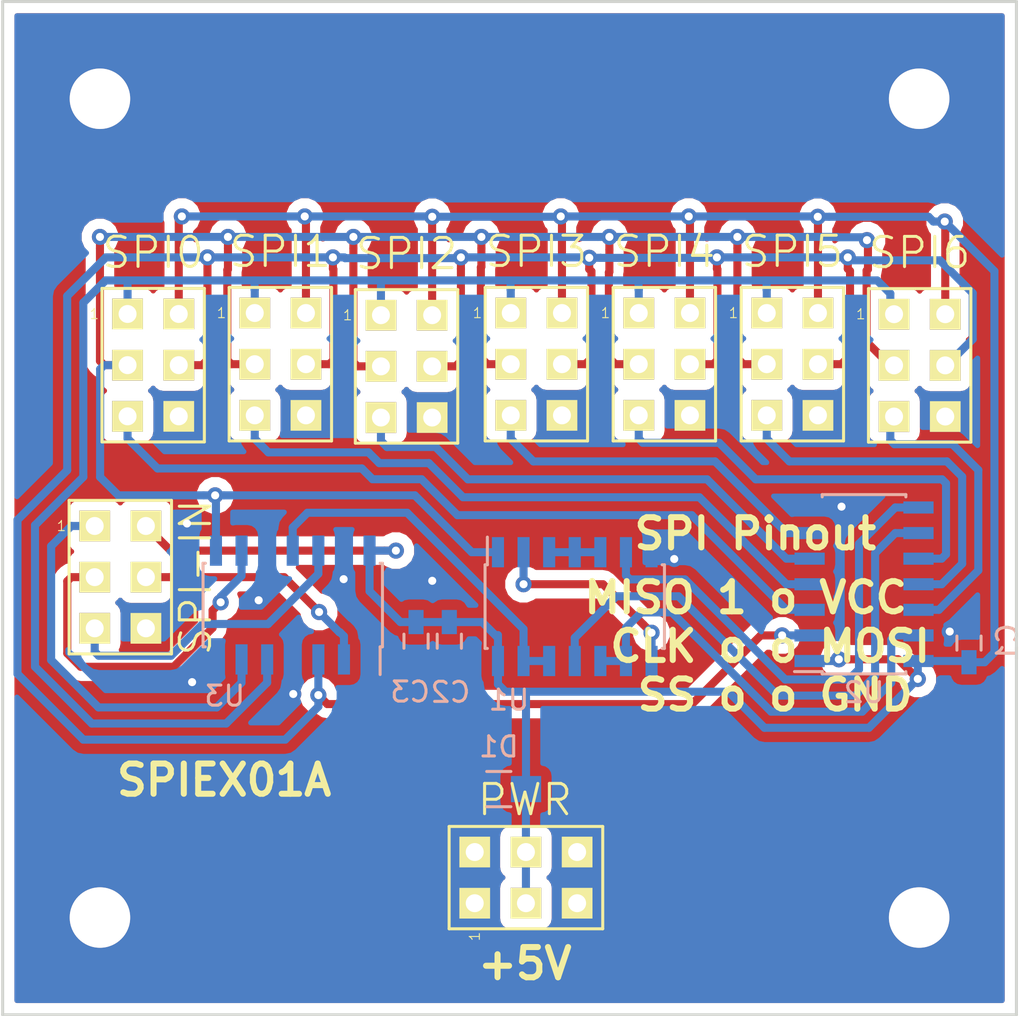
<source format=kicad_pcb>
(kicad_pcb (version 4) (host pcbnew 4.0.4-stable)

  (general
    (links 86)
    (no_connects 0)
    (area 106.858999 127.178999 157.301001 177.621001)
    (thickness 1.6)
    (drawings 9)
    (tracks 420)
    (zones 0)
    (modules 20)
    (nets 23)
  )

  (page A4)
  (layers
    (0 F.Cu signal)
    (31 B.Cu signal)
    (32 B.Adhes user)
    (33 F.Adhes user)
    (34 B.Paste user)
    (35 F.Paste user)
    (36 B.SilkS user)
    (37 F.SilkS user)
    (38 B.Mask user)
    (39 F.Mask user)
    (40 Dwgs.User user)
    (41 Cmts.User user)
    (42 Eco1.User user)
    (43 Eco2.User user)
    (44 Edge.Cuts user)
    (45 Margin user)
    (46 B.CrtYd user)
    (47 F.CrtYd user)
    (48 B.Fab user)
    (49 F.Fab user)
  )

  (setup
    (last_trace_width 0.4)
    (trace_clearance 0.4)
    (zone_clearance 0.508)
    (zone_45_only no)
    (trace_min 0.4)
    (segment_width 0.2)
    (edge_width 0.15)
    (via_size 0.8)
    (via_drill 0.4)
    (via_min_size 0.8)
    (via_min_drill 0.4)
    (uvia_size 0.3)
    (uvia_drill 0.1)
    (uvias_allowed no)
    (uvia_min_size 0.2)
    (uvia_min_drill 0.1)
    (pcb_text_width 0.3)
    (pcb_text_size 1.5 1.5)
    (mod_edge_width 0.15)
    (mod_text_size 1 1)
    (mod_text_width 0.15)
    (pad_size 1.524 1.524)
    (pad_drill 0.762)
    (pad_to_mask_clearance 0.2)
    (aux_axis_origin 0 0)
    (visible_elements 7FFFFFFF)
    (pcbplotparams
      (layerselection 0x00030_80000001)
      (usegerberextensions false)
      (excludeedgelayer true)
      (linewidth 0.100000)
      (plotframeref false)
      (viasonmask false)
      (mode 1)
      (useauxorigin false)
      (hpglpennumber 1)
      (hpglpenspeed 20)
      (hpglpendiameter 15)
      (hpglpenoverlay 2)
      (psnegative false)
      (psa4output false)
      (plotreference true)
      (plotvalue true)
      (plotinvisibletext false)
      (padsonsilk false)
      (subtractmaskfromsilk false)
      (outputformat 1)
      (mirror false)
      (drillshape 1)
      (scaleselection 1)
      (outputdirectory ""))
  )

  (net 0 "")
  (net 1 VCC)
  (net 2 GND)
  (net 3 "Net-(U1-Pad2)")
  (net 4 "Net-(U1-Pad10)")
  (net 5 "Net-(U1-Pad11)")
  (net 6 /SS)
  (net 7 /MOSI)
  (net 8 "Net-(U1-Pad3)")
  (net 9 "Net-(U1-Pad6)")
  (net 10 /MISO)
  (net 11 /CLK)
  (net 12 /SS3)
  (net 13 /SS0)
  (net 14 /SS4)
  (net 15 /SS1)
  (net 16 /SS5)
  (net 17 /SS2)
  (net 18 /SS6)
  (net 19 /MOSI-IN)
  (net 20 /MISO-OUT)
  (net 21 /CLK-IN)
  (net 22 /SS-IN)

  (net_class Default "This is the default net class."
    (clearance 0.4)
    (trace_width 0.4)
    (via_dia 0.8)
    (via_drill 0.4)
    (uvia_dia 0.3)
    (uvia_drill 0.1)
    (add_net /CLK)
    (add_net /CLK-IN)
    (add_net /MISO)
    (add_net /MISO-OUT)
    (add_net /MOSI-IN)
    (add_net /SS-IN)
    (add_net /SS0)
    (add_net /SS1)
    (add_net /SS2)
    (add_net /SS3)
    (add_net /SS4)
    (add_net /SS5)
    (add_net /SS6)
    (add_net "Net-(U1-Pad3)")
    (add_net "Net-(U1-Pad6)")
  )

  (net_class III ""
    (clearance 0.4)
    (trace_width 0.4)
    (via_dia 0.8)
    (via_drill 0.4)
    (uvia_dia 0.3)
    (uvia_drill 0.1)
    (add_net /MOSI)
    (add_net /SS)
    (add_net GND)
    (add_net "Net-(U1-Pad10)")
    (add_net "Net-(U1-Pad11)")
    (add_net "Net-(U1-Pad2)")
    (add_net VCC)
  )

  (module Capacitors_SMD:C_0603_HandSoldering (layer B.Cu) (tedit 541A9B4D) (tstamp 592C0F23)
    (at 127.441 159.004 270)
    (descr "Capacitor SMD 0603, hand soldering")
    (tags "capacitor 0603")
    (path /592C5277)
    (attr smd)
    (fp_text reference C3 (at 2.516536 0.291 540) (layer B.SilkS)
      (effects (font (size 1 1) (thickness 0.15)) (justify mirror))
    )
    (fp_text value 100n (at 0 -1.9 270) (layer B.Fab)
      (effects (font (size 1 1) (thickness 0.15)) (justify mirror))
    )
    (fp_line (start -1.85 0.75) (end 1.85 0.75) (layer B.CrtYd) (width 0.05))
    (fp_line (start -1.85 -0.75) (end 1.85 -0.75) (layer B.CrtYd) (width 0.05))
    (fp_line (start -1.85 0.75) (end -1.85 -0.75) (layer B.CrtYd) (width 0.05))
    (fp_line (start 1.85 0.75) (end 1.85 -0.75) (layer B.CrtYd) (width 0.05))
    (fp_line (start -0.35 0.6) (end 0.35 0.6) (layer B.SilkS) (width 0.15))
    (fp_line (start 0.35 -0.6) (end -0.35 -0.6) (layer B.SilkS) (width 0.15))
    (pad 1 smd rect (at -0.95 0 270) (size 1.2 0.75) (layers B.Cu B.Paste B.Mask)
      (net 1 VCC))
    (pad 2 smd rect (at 0.95 0 270) (size 1.2 0.75) (layers B.Cu B.Paste B.Mask)
      (net 2 GND))
    (model Capacitors_SMD.3dshapes/C_0603_HandSoldering.wrl
      (at (xyz 0 0 0))
      (scale (xyz 1 1 1))
      (rotate (xyz 0 0 0))
    )
  )

  (module Housings_SOIC:SOIC-14_3.9x8.7mm_Pitch1.27mm (layer B.Cu) (tedit 54130A77) (tstamp 592C0FA9)
    (at 121.324768 157.208684 90)
    (descr "14-Lead Plastic Small Outline (SL) - Narrow, 3.90 mm Body [SOIC] (see Microchip Packaging Specification 00000049BS.pdf)")
    (tags "SOIC 1.27")
    (path /592C0D2F)
    (attr smd)
    (fp_text reference U3 (at -4.516536 -3.374768 360) (layer B.SilkS)
      (effects (font (size 1 1) (thickness 0.15)) (justify mirror))
    )
    (fp_text value 74HC125 (at 0 -5.375 90) (layer B.Fab)
      (effects (font (size 1 1) (thickness 0.15)) (justify mirror))
    )
    (fp_line (start -3.7 4.65) (end -3.7 -4.65) (layer B.CrtYd) (width 0.05))
    (fp_line (start 3.7 4.65) (end 3.7 -4.65) (layer B.CrtYd) (width 0.05))
    (fp_line (start -3.7 4.65) (end 3.7 4.65) (layer B.CrtYd) (width 0.05))
    (fp_line (start -3.7 -4.65) (end 3.7 -4.65) (layer B.CrtYd) (width 0.05))
    (fp_line (start -2.075 4.45) (end -2.075 4.335) (layer B.SilkS) (width 0.15))
    (fp_line (start 2.075 4.45) (end 2.075 4.335) (layer B.SilkS) (width 0.15))
    (fp_line (start 2.075 -4.45) (end 2.075 -4.335) (layer B.SilkS) (width 0.15))
    (fp_line (start -2.075 -4.45) (end -2.075 -4.335) (layer B.SilkS) (width 0.15))
    (fp_line (start -2.075 4.45) (end 2.075 4.45) (layer B.SilkS) (width 0.15))
    (fp_line (start -2.075 -4.45) (end 2.075 -4.45) (layer B.SilkS) (width 0.15))
    (fp_line (start -2.075 4.335) (end -3.45 4.335) (layer B.SilkS) (width 0.15))
    (pad 1 smd rect (at -2.7 3.81 90) (size 1.5 0.6) (layers B.Cu B.Paste B.Mask)
      (net 2 GND))
    (pad 2 smd rect (at -2.7 2.54 90) (size 1.5 0.6) (layers B.Cu B.Paste B.Mask)
      (net 19 /MOSI-IN))
    (pad 3 smd rect (at -2.7 1.27 90) (size 1.5 0.6) (layers B.Cu B.Paste B.Mask)
      (net 7 /MOSI))
    (pad 4 smd rect (at -2.7 0 90) (size 1.5 0.6) (layers B.Cu B.Paste B.Mask)
      (net 2 GND))
    (pad 5 smd rect (at -2.7 -1.27 90) (size 1.5 0.6) (layers B.Cu B.Paste B.Mask)
      (net 10 /MISO))
    (pad 6 smd rect (at -2.7 -2.54 90) (size 1.5 0.6) (layers B.Cu B.Paste B.Mask)
      (net 20 /MISO-OUT))
    (pad 7 smd rect (at -2.7 -3.81 90) (size 1.5 0.6) (layers B.Cu B.Paste B.Mask)
      (net 2 GND))
    (pad 8 smd rect (at 2.7 -3.81 90) (size 1.5 0.6) (layers B.Cu B.Paste B.Mask)
      (net 11 /CLK))
    (pad 9 smd rect (at 2.7 -2.54 90) (size 1.5 0.6) (layers B.Cu B.Paste B.Mask)
      (net 21 /CLK-IN))
    (pad 10 smd rect (at 2.7 -1.27 90) (size 1.5 0.6) (layers B.Cu B.Paste B.Mask)
      (net 2 GND))
    (pad 11 smd rect (at 2.7 0 90) (size 1.5 0.6) (layers B.Cu B.Paste B.Mask)
      (net 6 /SS))
    (pad 12 smd rect (at 2.7 1.27 90) (size 1.5 0.6) (layers B.Cu B.Paste B.Mask)
      (net 22 /SS-IN))
    (pad 13 smd rect (at 2.7 2.54 90) (size 1.5 0.6) (layers B.Cu B.Paste B.Mask)
      (net 2 GND))
    (pad 14 smd rect (at 2.7 3.81 90) (size 1.5 0.6) (layers B.Cu B.Paste B.Mask)
      (net 1 VCC))
    (model Housings_SOIC.3dshapes/SOIC-14_3.9x8.7mm_Pitch1.27mm.wrl
      (at (xyz 0 0 0))
      (scale (xyz 1 1 1))
      (rotate (xyz 0 0 0))
    )
  )

  (module Capacitors_SMD:C_0603_HandSoldering (layer B.Cu) (tedit 541A9B4D) (tstamp 592C19C5)
    (at 154.873 159.09822 90)
    (descr "Capacitor SMD 0603, hand soldering")
    (tags "capacitor 0603")
    (path /5927E5AB)
    (attr smd)
    (fp_text reference C1 (at 0 1.9 90) (layer B.SilkS)
      (effects (font (size 1 1) (thickness 0.15)) (justify mirror))
    )
    (fp_text value 100n (at 0 -1.9 90) (layer B.Fab)
      (effects (font (size 1 1) (thickness 0.15)) (justify mirror))
    )
    (fp_line (start -1.85 0.75) (end 1.85 0.75) (layer B.CrtYd) (width 0.05))
    (fp_line (start -1.85 -0.75) (end 1.85 -0.75) (layer B.CrtYd) (width 0.05))
    (fp_line (start -1.85 0.75) (end -1.85 -0.75) (layer B.CrtYd) (width 0.05))
    (fp_line (start 1.85 0.75) (end 1.85 -0.75) (layer B.CrtYd) (width 0.05))
    (fp_line (start -0.35 0.6) (end 0.35 0.6) (layer B.SilkS) (width 0.15))
    (fp_line (start 0.35 -0.6) (end -0.35 -0.6) (layer B.SilkS) (width 0.15))
    (pad 1 smd rect (at -0.95 0 90) (size 1.2 0.75) (layers B.Cu B.Paste B.Mask)
      (net 1 VCC))
    (pad 2 smd rect (at 0.95 0 90) (size 1.2 0.75) (layers B.Cu B.Paste B.Mask)
      (net 2 GND))
    (model Capacitors_SMD.3dshapes/C_0603_HandSoldering.wrl
      (at (xyz 0 0 0))
      (scale (xyz 1 1 1))
      (rotate (xyz 0 0 0))
    )
  )

  (module Capacitors_SMD:C_0603_HandSoldering (layer B.Cu) (tedit 541A9B4D) (tstamp 592C19CB)
    (at 129.092 159.004 270)
    (descr "Capacitor SMD 0603, hand soldering")
    (tags "capacitor 0603")
    (path /5927E6D6)
    (attr smd)
    (fp_text reference C2 (at 2.532 -0.058 540) (layer B.SilkS)
      (effects (font (size 1 1) (thickness 0.15)) (justify mirror))
    )
    (fp_text value 100n (at 0 -1.9 270) (layer B.Fab)
      (effects (font (size 1 1) (thickness 0.15)) (justify mirror))
    )
    (fp_line (start -1.85 0.75) (end 1.85 0.75) (layer B.CrtYd) (width 0.05))
    (fp_line (start -1.85 -0.75) (end 1.85 -0.75) (layer B.CrtYd) (width 0.05))
    (fp_line (start -1.85 0.75) (end -1.85 -0.75) (layer B.CrtYd) (width 0.05))
    (fp_line (start 1.85 0.75) (end 1.85 -0.75) (layer B.CrtYd) (width 0.05))
    (fp_line (start -0.35 0.6) (end 0.35 0.6) (layer B.SilkS) (width 0.15))
    (fp_line (start 0.35 -0.6) (end -0.35 -0.6) (layer B.SilkS) (width 0.15))
    (pad 1 smd rect (at -0.95 0 270) (size 1.2 0.75) (layers B.Cu B.Paste B.Mask)
      (net 1 VCC))
    (pad 2 smd rect (at 0.95 0 270) (size 1.2 0.75) (layers B.Cu B.Paste B.Mask)
      (net 2 GND))
    (model Capacitors_SMD.3dshapes/C_0603_HandSoldering.wrl
      (at (xyz 0 0 0))
      (scale (xyz 1 1 1))
      (rotate (xyz 0 0 0))
    )
  )

  (module Housings_SOIC:SOIC-14_3.9x8.7mm_Pitch1.27mm (layer B.Cu) (tedit 54130A77) (tstamp 592C19DD)
    (at 135.315 157.28722 270)
    (descr "14-Lead Plastic Small Outline (SL) - Narrow, 3.90 mm Body [SOIC] (see Microchip Packaging Specification 00000049BS.pdf)")
    (tags "SOIC 1.27")
    (path /5927DB45)
    (attr smd)
    (fp_text reference U1 (at 4.638 3.265 540) (layer B.SilkS)
      (effects (font (size 1 1) (thickness 0.15)) (justify mirror))
    )
    (fp_text value 74HC00 (at 0 -5.375 270) (layer B.Fab)
      (effects (font (size 1 1) (thickness 0.15)) (justify mirror))
    )
    (fp_line (start -3.7 4.65) (end -3.7 -4.65) (layer B.CrtYd) (width 0.05))
    (fp_line (start 3.7 4.65) (end 3.7 -4.65) (layer B.CrtYd) (width 0.05))
    (fp_line (start -3.7 4.65) (end 3.7 4.65) (layer B.CrtYd) (width 0.05))
    (fp_line (start -3.7 -4.65) (end 3.7 -4.65) (layer B.CrtYd) (width 0.05))
    (fp_line (start -2.075 4.45) (end -2.075 4.335) (layer B.SilkS) (width 0.15))
    (fp_line (start 2.075 4.45) (end 2.075 4.335) (layer B.SilkS) (width 0.15))
    (fp_line (start 2.075 -4.45) (end 2.075 -4.335) (layer B.SilkS) (width 0.15))
    (fp_line (start -2.075 -4.45) (end -2.075 -4.335) (layer B.SilkS) (width 0.15))
    (fp_line (start -2.075 4.45) (end 2.075 4.45) (layer B.SilkS) (width 0.15))
    (fp_line (start -2.075 -4.45) (end 2.075 -4.45) (layer B.SilkS) (width 0.15))
    (fp_line (start -2.075 4.335) (end -3.45 4.335) (layer B.SilkS) (width 0.15))
    (pad 1 smd rect (at -2.7 3.81 270) (size 1.5 0.6) (layers B.Cu B.Paste B.Mask)
      (net 11 /CLK))
    (pad 2 smd rect (at -2.7 2.54 270) (size 1.5 0.6) (layers B.Cu B.Paste B.Mask)
      (net 3 "Net-(U1-Pad2)"))
    (pad 3 smd rect (at -2.7 1.27 270) (size 1.5 0.6) (layers B.Cu B.Paste B.Mask)
      (net 8 "Net-(U1-Pad3)"))
    (pad 4 smd rect (at -2.7 0 270) (size 1.5 0.6) (layers B.Cu B.Paste B.Mask)
      (net 8 "Net-(U1-Pad3)"))
    (pad 5 smd rect (at -2.7 -1.27 270) (size 1.5 0.6) (layers B.Cu B.Paste B.Mask)
      (net 8 "Net-(U1-Pad3)"))
    (pad 6 smd rect (at -2.7 -2.54 270) (size 1.5 0.6) (layers B.Cu B.Paste B.Mask)
      (net 9 "Net-(U1-Pad6)"))
    (pad 7 smd rect (at -2.7 -3.81 270) (size 1.5 0.6) (layers B.Cu B.Paste B.Mask)
      (net 2 GND))
    (pad 8 smd rect (at 2.7 -3.81 270) (size 1.5 0.6) (layers B.Cu B.Paste B.Mask)
      (net 3 "Net-(U1-Pad2)"))
    (pad 9 smd rect (at 2.7 -2.54 270) (size 1.5 0.6) (layers B.Cu B.Paste B.Mask)
      (net 4 "Net-(U1-Pad10)"))
    (pad 10 smd rect (at 2.7 -1.27 270) (size 1.5 0.6) (layers B.Cu B.Paste B.Mask)
      (net 4 "Net-(U1-Pad10)"))
    (pad 11 smd rect (at 2.7 0 270) (size 1.5 0.6) (layers B.Cu B.Paste B.Mask)
      (net 5 "Net-(U1-Pad11)"))
    (pad 12 smd rect (at 2.7 1.27 270) (size 1.5 0.6) (layers B.Cu B.Paste B.Mask)
      (net 6 /SS))
    (pad 13 smd rect (at 2.7 2.54 270) (size 1.5 0.6) (layers B.Cu B.Paste B.Mask)
      (net 6 /SS))
    (pad 14 smd rect (at 2.7 3.81 270) (size 1.5 0.6) (layers B.Cu B.Paste B.Mask)
      (net 1 VCC))
    (model Housings_SOIC.3dshapes/SOIC-14_3.9x8.7mm_Pitch1.27mm.wrl
      (at (xyz 0 0 0))
      (scale (xyz 1 1 1))
      (rotate (xyz 0 0 0))
    )
  )

  (module Housings_SOIC:SOIC-14_3.9x8.7mm_Pitch1.27mm (layer B.Cu) (tedit 54130A77) (tstamp 592C19EF)
    (at 149.666 156.17722)
    (descr "14-Lead Plastic Small Outline (SL) - Narrow, 3.90 mm Body [SOIC] (see Microchip Packaging Specification 00000049BS.pdf)")
    (tags "SOIC 1.27")
    (path /5927DAF1)
    (attr smd)
    (fp_text reference U2 (at 0 5.375) (layer B.SilkS)
      (effects (font (size 1 1) (thickness 0.15)) (justify mirror))
    )
    (fp_text value 74HC164 (at 0 -5.375) (layer B.Fab)
      (effects (font (size 1 1) (thickness 0.15)) (justify mirror))
    )
    (fp_line (start -3.7 4.65) (end -3.7 -4.65) (layer B.CrtYd) (width 0.05))
    (fp_line (start 3.7 4.65) (end 3.7 -4.65) (layer B.CrtYd) (width 0.05))
    (fp_line (start -3.7 4.65) (end 3.7 4.65) (layer B.CrtYd) (width 0.05))
    (fp_line (start -3.7 -4.65) (end 3.7 -4.65) (layer B.CrtYd) (width 0.05))
    (fp_line (start -2.075 4.45) (end -2.075 4.335) (layer B.SilkS) (width 0.15))
    (fp_line (start 2.075 4.45) (end 2.075 4.335) (layer B.SilkS) (width 0.15))
    (fp_line (start 2.075 -4.45) (end 2.075 -4.335) (layer B.SilkS) (width 0.15))
    (fp_line (start -2.075 -4.45) (end -2.075 -4.335) (layer B.SilkS) (width 0.15))
    (fp_line (start -2.075 4.45) (end 2.075 4.45) (layer B.SilkS) (width 0.15))
    (fp_line (start -2.075 -4.45) (end 2.075 -4.45) (layer B.SilkS) (width 0.15))
    (fp_line (start -2.075 4.335) (end -3.45 4.335) (layer B.SilkS) (width 0.15))
    (pad 1 smd rect (at -2.7 3.81) (size 1.5 0.6) (layers B.Cu B.Paste B.Mask)
      (net 1 VCC))
    (pad 2 smd rect (at -2.7 2.54) (size 1.5 0.6) (layers B.Cu B.Paste B.Mask)
      (net 7 /MOSI))
    (pad 3 smd rect (at -2.7 1.27) (size 1.5 0.6) (layers B.Cu B.Paste B.Mask)
      (net 13 /SS0))
    (pad 4 smd rect (at -2.7 0) (size 1.5 0.6) (layers B.Cu B.Paste B.Mask)
      (net 15 /SS1))
    (pad 5 smd rect (at -2.7 -1.27) (size 1.5 0.6) (layers B.Cu B.Paste B.Mask)
      (net 17 /SS2))
    (pad 6 smd rect (at -2.7 -2.54) (size 1.5 0.6) (layers B.Cu B.Paste B.Mask)
      (net 12 /SS3))
    (pad 7 smd rect (at -2.7 -3.81) (size 1.5 0.6) (layers B.Cu B.Paste B.Mask)
      (net 2 GND))
    (pad 8 smd rect (at 2.7 -3.81) (size 1.5 0.6) (layers B.Cu B.Paste B.Mask)
      (net 9 "Net-(U1-Pad6)"))
    (pad 9 smd rect (at 2.7 -2.54) (size 1.5 0.6) (layers B.Cu B.Paste B.Mask)
      (net 5 "Net-(U1-Pad11)"))
    (pad 10 smd rect (at 2.7 -1.27) (size 1.5 0.6) (layers B.Cu B.Paste B.Mask)
      (net 14 /SS4))
    (pad 11 smd rect (at 2.7 0) (size 1.5 0.6) (layers B.Cu B.Paste B.Mask)
      (net 16 /SS5))
    (pad 12 smd rect (at 2.7 1.27) (size 1.5 0.6) (layers B.Cu B.Paste B.Mask)
      (net 18 /SS6))
    (pad 13 smd rect (at 2.7 2.54) (size 1.5 0.6) (layers B.Cu B.Paste B.Mask)
      (net 4 "Net-(U1-Pad10)"))
    (pad 14 smd rect (at 2.7 3.81) (size 1.5 0.6) (layers B.Cu B.Paste B.Mask)
      (net 1 VCC))
    (model Housings_SOIC.3dshapes/SOIC-14_3.9x8.7mm_Pitch1.27mm.wrl
      (at (xyz 0 0 0))
      (scale (xyz 1 1 1))
      (rotate (xyz 0 0 0))
    )
  )

  (module Mounting_Holes:MountingHole_3mm (layer B.Cu) (tedit 592D3EC1) (tstamp 592D3C93)
    (at 111.76 172.72)
    (descr "Mounting Hole 3mm, no annular")
    (tags "mounting hole 3mm no annular")
    (path /592D4554)
    (fp_text reference P10 (at 0 4) (layer B.SilkS) hide
      (effects (font (size 1 1) (thickness 0.15)) (justify mirror))
    )
    (fp_text value CONN_01X01 (at 0.4064 -3.1496) (layer B.Fab)
      (effects (font (size 1 1) (thickness 0.15)) (justify mirror))
    )
    (fp_circle (center 0 0) (end 3 0) (layer Cmts.User) (width 0.15))
    (fp_circle (center 0 0) (end 3.25 0) (layer B.CrtYd) (width 0.05))
    (pad 1 np_thru_hole circle (at 0 0) (size 3 3) (drill 3) (layers *.Cu *.Mask B.SilkS)
      (net 2 GND))
  )

  (module Mounting_Holes:MountingHole_3mm (layer B.Cu) (tedit 592D3EC4) (tstamp 592D3C98)
    (at 152.4 172.72)
    (descr "Mounting Hole 3mm, no annular")
    (tags "mounting hole 3mm no annular")
    (path /592D482B)
    (fp_text reference P11 (at 0 4) (layer B.SilkS) hide
      (effects (font (size 1 1) (thickness 0.15)) (justify mirror))
    )
    (fp_text value CONN_01X01 (at 0 -4) (layer B.Fab)
      (effects (font (size 1 1) (thickness 0.15)) (justify mirror))
    )
    (fp_circle (center 0 0) (end 3 0) (layer Cmts.User) (width 0.15))
    (fp_circle (center 0 0) (end 3.25 0) (layer B.CrtYd) (width 0.05))
    (pad 1 np_thru_hole circle (at 0 0) (size 3 3) (drill 3) (layers *.Cu *.Mask B.SilkS)
      (net 2 GND))
  )

  (module Mounting_Holes:MountingHole_3mm (layer B.Cu) (tedit 592D3EC8) (tstamp 592D3C9D)
    (at 111.76 132.08)
    (descr "Mounting Hole 3mm, no annular")
    (tags "mounting hole 3mm no annular")
    (path /592D4888)
    (fp_text reference P12 (at 0 4) (layer B.SilkS) hide
      (effects (font (size 1 1) (thickness 0.15)) (justify mirror))
    )
    (fp_text value CONN_01X01 (at 0 -4) (layer B.Fab)
      (effects (font (size 1 1) (thickness 0.15)) (justify mirror))
    )
    (fp_circle (center 0 0) (end 3 0) (layer Cmts.User) (width 0.15))
    (fp_circle (center 0 0) (end 3.25 0) (layer B.CrtYd) (width 0.05))
    (pad 1 np_thru_hole circle (at 0 0) (size 3 3) (drill 3) (layers *.Cu *.Mask B.SilkS)
      (net 2 GND))
  )

  (module Mounting_Holes:MountingHole_3mm (layer B.Cu) (tedit 592D3ECA) (tstamp 592D3CA2)
    (at 152.4 132.08)
    (descr "Mounting Hole 3mm, no annular")
    (tags "mounting hole 3mm no annular")
    (path /592D48F3)
    (fp_text reference P13 (at 0 4) (layer B.SilkS) hide
      (effects (font (size 1 1) (thickness 0.15)) (justify mirror))
    )
    (fp_text value CONN_01X01 (at 0 -4) (layer B.Fab)
      (effects (font (size 1 1) (thickness 0.15)) (justify mirror))
    )
    (fp_circle (center 0 0) (end 3 0) (layer Cmts.User) (width 0.15))
    (fp_circle (center 0 0) (end 3.25 0) (layer B.CrtYd) (width 0.05))
    (pad 1 np_thru_hole circle (at 0 0) (size 3 3) (drill 3) (layers *.Cu *.Mask B.SilkS)
      (net 2 GND))
  )

  (module Mlab_Pin_Headers:Straight_2x03 (layer F.Cu) (tedit 592D4DD3) (tstamp 592D4722)
    (at 132.8928 170.7388 90)
    (descr "pin header straight 2x03")
    (tags "pin header straight 2x03")
    (path /592D8087)
    (fp_text reference J1 (at 1.526 -5.474 180) (layer F.SilkS) hide
      (effects (font (size 1.5 1.5) (thickness 0.15)))
    )
    (fp_text value PWR (at 3.8608 -0.0508 180) (layer F.SilkS)
      (effects (font (size 1.5 1.5) (thickness 0.15)))
    )
    (fp_text user 1 (at -2.921 -2.54 90) (layer F.SilkS)
      (effects (font (size 0.5 0.5) (thickness 0.05)))
    )
    (fp_line (start -2.54 -3.81) (end 2.54 -3.81) (layer F.SilkS) (width 0.15))
    (fp_line (start 2.54 -3.81) (end 2.54 3.81) (layer F.SilkS) (width 0.15))
    (fp_line (start 2.54 3.81) (end -2.54 3.81) (layer F.SilkS) (width 0.15))
    (fp_line (start -2.54 3.81) (end -2.54 -3.81) (layer F.SilkS) (width 0.15))
    (pad 1 thru_hole rect (at -1.27 -2.54 90) (size 1.524 1.524) (drill 0.889) (layers *.Cu *.Mask F.SilkS)
      (net 2 GND))
    (pad 2 thru_hole rect (at 1.27 -2.54 90) (size 1.524 1.524) (drill 0.889) (layers *.Cu *.Mask F.SilkS)
      (net 2 GND))
    (pad 3 thru_hole rect (at -1.27 0 90) (size 1.524 1.524) (drill 0.889) (layers *.Cu *.Mask F.SilkS)
      (net 1 VCC))
    (pad 4 thru_hole rect (at 1.27 0 90) (size 1.524 1.524) (drill 0.889) (layers *.Cu *.Mask F.SilkS)
      (net 1 VCC))
    (pad 5 thru_hole rect (at -1.27 2.54 90) (size 1.524 1.524) (drill 0.889) (layers *.Cu *.Mask F.SilkS)
      (net 2 GND))
    (pad 6 thru_hole rect (at 1.27 2.54 90) (size 1.524 1.524) (drill 0.889) (layers *.Cu *.Mask F.SilkS)
      (net 2 GND))
    (model Pin_Headers/Pin_Header_Straight_2x03.wrl
      (at (xyz 0 0 0))
      (scale (xyz 1 1 1))
      (rotate (xyz 0 0 90))
    )
  )

  (module Mlab_Pin_Headers:Straight_2x03 (layer F.Cu) (tedit 592D5069) (tstamp 592DEF7F)
    (at 112.77 155.82522)
    (descr "pin header straight 2x03")
    (tags "pin header straight 2x03")
    (path /592802C7)
    (fp_text reference P1 (at -0.07 5.094) (layer F.SilkS) hide
      (effects (font (size 1.5 1.5) (thickness 0.15)))
    )
    (fp_text value SPI-IN (at 3.74 0.014 90) (layer F.SilkS)
      (effects (font (size 1.5 1.5) (thickness 0.15)))
    )
    (fp_text user 1 (at -2.921 -2.54) (layer F.SilkS)
      (effects (font (size 0.5 0.5) (thickness 0.05)))
    )
    (fp_line (start -2.54 -3.81) (end 2.54 -3.81) (layer F.SilkS) (width 0.15))
    (fp_line (start 2.54 -3.81) (end 2.54 3.81) (layer F.SilkS) (width 0.15))
    (fp_line (start 2.54 3.81) (end -2.54 3.81) (layer F.SilkS) (width 0.15))
    (fp_line (start -2.54 3.81) (end -2.54 -3.81) (layer F.SilkS) (width 0.15))
    (pad 1 thru_hole rect (at -1.27 -2.54) (size 1.524 1.524) (drill 0.889) (layers *.Cu *.Mask F.SilkS)
      (net 20 /MISO-OUT))
    (pad 2 thru_hole rect (at 1.27 -2.54) (size 1.524 1.524) (drill 0.889) (layers *.Cu *.Mask F.SilkS)
      (net 1 VCC))
    (pad 3 thru_hole rect (at -1.27 0) (size 1.524 1.524) (drill 0.889) (layers *.Cu *.Mask F.SilkS)
      (net 21 /CLK-IN))
    (pad 4 thru_hole rect (at 1.27 0) (size 1.524 1.524) (drill 0.889) (layers *.Cu *.Mask F.SilkS)
      (net 19 /MOSI-IN))
    (pad 5 thru_hole rect (at -1.27 2.54) (size 1.524 1.524) (drill 0.889) (layers *.Cu *.Mask F.SilkS)
      (net 22 /SS-IN))
    (pad 6 thru_hole rect (at 1.27 2.54) (size 1.524 1.524) (drill 0.889) (layers *.Cu *.Mask F.SilkS)
      (net 2 GND))
    (model Pin_Headers/Pin_Header_Straight_2x03.wrl
      (at (xyz 0 0 0))
      (scale (xyz 1 1 1))
      (rotate (xyz 0 0 90))
    )
  )

  (module Mlab_Pin_Headers:Straight_2x03 (layer F.Cu) (tedit 592D4DC6) (tstamp 592DEF8D)
    (at 133.41 145.25522)
    (descr "pin header straight 2x03")
    (tags "pin header straight 2x03")
    (path /5927FE0E)
    (fp_text reference P2 (at 0.254 4.826) (layer F.SilkS) hide
      (effects (font (size 1.5 1.5) (thickness 0.15)))
    )
    (fp_text value SPI3 (at 0 -5.588) (layer F.SilkS)
      (effects (font (size 1.5 1.5) (thickness 0.15)))
    )
    (fp_text user 1 (at -2.921 -2.54) (layer F.SilkS)
      (effects (font (size 0.5 0.5) (thickness 0.05)))
    )
    (fp_line (start -2.54 -3.81) (end 2.54 -3.81) (layer F.SilkS) (width 0.15))
    (fp_line (start 2.54 -3.81) (end 2.54 3.81) (layer F.SilkS) (width 0.15))
    (fp_line (start 2.54 3.81) (end -2.54 3.81) (layer F.SilkS) (width 0.15))
    (fp_line (start -2.54 3.81) (end -2.54 -3.81) (layer F.SilkS) (width 0.15))
    (pad 1 thru_hole rect (at -1.27 -2.54) (size 1.524 1.524) (drill 0.889) (layers *.Cu *.Mask F.SilkS)
      (net 10 /MISO))
    (pad 2 thru_hole rect (at 1.27 -2.54) (size 1.524 1.524) (drill 0.889) (layers *.Cu *.Mask F.SilkS)
      (net 1 VCC))
    (pad 3 thru_hole rect (at -1.27 0) (size 1.524 1.524) (drill 0.889) (layers *.Cu *.Mask F.SilkS)
      (net 11 /CLK))
    (pad 4 thru_hole rect (at 1.27 0) (size 1.524 1.524) (drill 0.889) (layers *.Cu *.Mask F.SilkS)
      (net 7 /MOSI))
    (pad 5 thru_hole rect (at -1.27 2.54) (size 1.524 1.524) (drill 0.889) (layers *.Cu *.Mask F.SilkS)
      (net 12 /SS3))
    (pad 6 thru_hole rect (at 1.27 2.54) (size 1.524 1.524) (drill 0.889) (layers *.Cu *.Mask F.SilkS)
      (net 2 GND))
    (model Pin_Headers/Pin_Header_Straight_2x03.wrl
      (at (xyz 0 0 0))
      (scale (xyz 1 1 1))
      (rotate (xyz 0 0 90))
    )
  )

  (module Mlab_Pin_Headers:Straight_2x03 (layer F.Cu) (tedit 592D4DBD) (tstamp 592DEF9B)
    (at 114.4 145.30322)
    (descr "pin header straight 2x03")
    (tags "pin header straight 2x03")
    (path /5927F3EE)
    (fp_text reference P3 (at 0.254 4.826) (layer F.SilkS) hide
      (effects (font (size 1.5 1.5) (thickness 0.15)))
    )
    (fp_text value SPI0 (at 0 -5.588) (layer F.SilkS)
      (effects (font (size 1.5 1.5) (thickness 0.15)))
    )
    (fp_text user 1 (at -2.921 -2.54) (layer F.SilkS)
      (effects (font (size 0.5 0.5) (thickness 0.05)))
    )
    (fp_line (start -2.54 -3.81) (end 2.54 -3.81) (layer F.SilkS) (width 0.15))
    (fp_line (start 2.54 -3.81) (end 2.54 3.81) (layer F.SilkS) (width 0.15))
    (fp_line (start 2.54 3.81) (end -2.54 3.81) (layer F.SilkS) (width 0.15))
    (fp_line (start -2.54 3.81) (end -2.54 -3.81) (layer F.SilkS) (width 0.15))
    (pad 1 thru_hole rect (at -1.27 -2.54) (size 1.524 1.524) (drill 0.889) (layers *.Cu *.Mask F.SilkS)
      (net 10 /MISO))
    (pad 2 thru_hole rect (at 1.27 -2.54) (size 1.524 1.524) (drill 0.889) (layers *.Cu *.Mask F.SilkS)
      (net 1 VCC))
    (pad 3 thru_hole rect (at -1.27 0) (size 1.524 1.524) (drill 0.889) (layers *.Cu *.Mask F.SilkS)
      (net 11 /CLK))
    (pad 4 thru_hole rect (at 1.27 0) (size 1.524 1.524) (drill 0.889) (layers *.Cu *.Mask F.SilkS)
      (net 7 /MOSI))
    (pad 5 thru_hole rect (at -1.27 2.54) (size 1.524 1.524) (drill 0.889) (layers *.Cu *.Mask F.SilkS)
      (net 13 /SS0))
    (pad 6 thru_hole rect (at 1.27 2.54) (size 1.524 1.524) (drill 0.889) (layers *.Cu *.Mask F.SilkS)
      (net 2 GND))
    (model Pin_Headers/Pin_Header_Straight_2x03.wrl
      (at (xyz 0 0 0))
      (scale (xyz 1 1 1))
      (rotate (xyz 0 0 90))
    )
  )

  (module Mlab_Pin_Headers:Straight_2x03 (layer F.Cu) (tedit 592D4DCA) (tstamp 592DEFA9)
    (at 139.76 145.25522)
    (descr "pin header straight 2x03")
    (tags "pin header straight 2x03")
    (path /5927FE4E)
    (fp_text reference P4 (at 0.254 4.826) (layer F.SilkS) hide
      (effects (font (size 1.5 1.5) (thickness 0.15)))
    )
    (fp_text value SPI4 (at 0 -5.588) (layer F.SilkS)
      (effects (font (size 1.5 1.5) (thickness 0.15)))
    )
    (fp_text user 1 (at -2.921 -2.54) (layer F.SilkS)
      (effects (font (size 0.5 0.5) (thickness 0.05)))
    )
    (fp_line (start -2.54 -3.81) (end 2.54 -3.81) (layer F.SilkS) (width 0.15))
    (fp_line (start 2.54 -3.81) (end 2.54 3.81) (layer F.SilkS) (width 0.15))
    (fp_line (start 2.54 3.81) (end -2.54 3.81) (layer F.SilkS) (width 0.15))
    (fp_line (start -2.54 3.81) (end -2.54 -3.81) (layer F.SilkS) (width 0.15))
    (pad 1 thru_hole rect (at -1.27 -2.54) (size 1.524 1.524) (drill 0.889) (layers *.Cu *.Mask F.SilkS)
      (net 10 /MISO))
    (pad 2 thru_hole rect (at 1.27 -2.54) (size 1.524 1.524) (drill 0.889) (layers *.Cu *.Mask F.SilkS)
      (net 1 VCC))
    (pad 3 thru_hole rect (at -1.27 0) (size 1.524 1.524) (drill 0.889) (layers *.Cu *.Mask F.SilkS)
      (net 11 /CLK))
    (pad 4 thru_hole rect (at 1.27 0) (size 1.524 1.524) (drill 0.889) (layers *.Cu *.Mask F.SilkS)
      (net 7 /MOSI))
    (pad 5 thru_hole rect (at -1.27 2.54) (size 1.524 1.524) (drill 0.889) (layers *.Cu *.Mask F.SilkS)
      (net 14 /SS4))
    (pad 6 thru_hole rect (at 1.27 2.54) (size 1.524 1.524) (drill 0.889) (layers *.Cu *.Mask F.SilkS)
      (net 2 GND))
    (model Pin_Headers/Pin_Header_Straight_2x03.wrl
      (at (xyz 0 0 0))
      (scale (xyz 1 1 1))
      (rotate (xyz 0 0 90))
    )
  )

  (module Mlab_Pin_Headers:Straight_2x03 (layer F.Cu) (tedit 592D4DC1) (tstamp 592DEFB7)
    (at 120.71 145.25522)
    (descr "pin header straight 2x03")
    (tags "pin header straight 2x03")
    (path /5927FD55)
    (fp_text reference P5 (at 0.254 4.826) (layer F.SilkS) hide
      (effects (font (size 1.5 1.5) (thickness 0.15)))
    )
    (fp_text value SPI1 (at 0 -5.588) (layer F.SilkS)
      (effects (font (size 1.5 1.5) (thickness 0.15)))
    )
    (fp_text user 1 (at -2.921 -2.54) (layer F.SilkS)
      (effects (font (size 0.5 0.5) (thickness 0.05)))
    )
    (fp_line (start -2.54 -3.81) (end 2.54 -3.81) (layer F.SilkS) (width 0.15))
    (fp_line (start 2.54 -3.81) (end 2.54 3.81) (layer F.SilkS) (width 0.15))
    (fp_line (start 2.54 3.81) (end -2.54 3.81) (layer F.SilkS) (width 0.15))
    (fp_line (start -2.54 3.81) (end -2.54 -3.81) (layer F.SilkS) (width 0.15))
    (pad 1 thru_hole rect (at -1.27 -2.54) (size 1.524 1.524) (drill 0.889) (layers *.Cu *.Mask F.SilkS)
      (net 10 /MISO))
    (pad 2 thru_hole rect (at 1.27 -2.54) (size 1.524 1.524) (drill 0.889) (layers *.Cu *.Mask F.SilkS)
      (net 1 VCC))
    (pad 3 thru_hole rect (at -1.27 0) (size 1.524 1.524) (drill 0.889) (layers *.Cu *.Mask F.SilkS)
      (net 11 /CLK))
    (pad 4 thru_hole rect (at 1.27 0) (size 1.524 1.524) (drill 0.889) (layers *.Cu *.Mask F.SilkS)
      (net 7 /MOSI))
    (pad 5 thru_hole rect (at -1.27 2.54) (size 1.524 1.524) (drill 0.889) (layers *.Cu *.Mask F.SilkS)
      (net 15 /SS1))
    (pad 6 thru_hole rect (at 1.27 2.54) (size 1.524 1.524) (drill 0.889) (layers *.Cu *.Mask F.SilkS)
      (net 2 GND))
    (model Pin_Headers/Pin_Header_Straight_2x03.wrl
      (at (xyz 0 0 0))
      (scale (xyz 1 1 1))
      (rotate (xyz 0 0 90))
    )
  )

  (module Mlab_Pin_Headers:Straight_2x03 (layer F.Cu) (tedit 592D4DCD) (tstamp 592DEFC5)
    (at 146.11 145.25522)
    (descr "pin header straight 2x03")
    (tags "pin header straight 2x03")
    (path /5927FE99)
    (fp_text reference P6 (at 0.254 4.826) (layer F.SilkS) hide
      (effects (font (size 1.5 1.5) (thickness 0.15)))
    )
    (fp_text value SPI5 (at 0 -5.588) (layer F.SilkS)
      (effects (font (size 1.5 1.5) (thickness 0.15)))
    )
    (fp_text user 1 (at -2.921 -2.54) (layer F.SilkS)
      (effects (font (size 0.5 0.5) (thickness 0.05)))
    )
    (fp_line (start -2.54 -3.81) (end 2.54 -3.81) (layer F.SilkS) (width 0.15))
    (fp_line (start 2.54 -3.81) (end 2.54 3.81) (layer F.SilkS) (width 0.15))
    (fp_line (start 2.54 3.81) (end -2.54 3.81) (layer F.SilkS) (width 0.15))
    (fp_line (start -2.54 3.81) (end -2.54 -3.81) (layer F.SilkS) (width 0.15))
    (pad 1 thru_hole rect (at -1.27 -2.54) (size 1.524 1.524) (drill 0.889) (layers *.Cu *.Mask F.SilkS)
      (net 10 /MISO))
    (pad 2 thru_hole rect (at 1.27 -2.54) (size 1.524 1.524) (drill 0.889) (layers *.Cu *.Mask F.SilkS)
      (net 1 VCC))
    (pad 3 thru_hole rect (at -1.27 0) (size 1.524 1.524) (drill 0.889) (layers *.Cu *.Mask F.SilkS)
      (net 11 /CLK))
    (pad 4 thru_hole rect (at 1.27 0) (size 1.524 1.524) (drill 0.889) (layers *.Cu *.Mask F.SilkS)
      (net 7 /MOSI))
    (pad 5 thru_hole rect (at -1.27 2.54) (size 1.524 1.524) (drill 0.889) (layers *.Cu *.Mask F.SilkS)
      (net 16 /SS5))
    (pad 6 thru_hole rect (at 1.27 2.54) (size 1.524 1.524) (drill 0.889) (layers *.Cu *.Mask F.SilkS)
      (net 2 GND))
    (model Pin_Headers/Pin_Header_Straight_2x03.wrl
      (at (xyz 0 0 0))
      (scale (xyz 1 1 1))
      (rotate (xyz 0 0 90))
    )
  )

  (module Mlab_Pin_Headers:Straight_2x03 (layer F.Cu) (tedit 592D4DC3) (tstamp 592DEFD3)
    (at 126.97 145.36322)
    (descr "pin header straight 2x03")
    (tags "pin header straight 2x03")
    (path /5927FDC3)
    (fp_text reference P7 (at 0.254 4.826) (layer F.SilkS) hide
      (effects (font (size 1.5 1.5) (thickness 0.15)))
    )
    (fp_text value SPI2 (at 0 -5.588) (layer F.SilkS)
      (effects (font (size 1.5 1.5) (thickness 0.15)))
    )
    (fp_text user 1 (at -2.921 -2.54) (layer F.SilkS)
      (effects (font (size 0.5 0.5) (thickness 0.05)))
    )
    (fp_line (start -2.54 -3.81) (end 2.54 -3.81) (layer F.SilkS) (width 0.15))
    (fp_line (start 2.54 -3.81) (end 2.54 3.81) (layer F.SilkS) (width 0.15))
    (fp_line (start 2.54 3.81) (end -2.54 3.81) (layer F.SilkS) (width 0.15))
    (fp_line (start -2.54 3.81) (end -2.54 -3.81) (layer F.SilkS) (width 0.15))
    (pad 1 thru_hole rect (at -1.27 -2.54) (size 1.524 1.524) (drill 0.889) (layers *.Cu *.Mask F.SilkS)
      (net 10 /MISO))
    (pad 2 thru_hole rect (at 1.27 -2.54) (size 1.524 1.524) (drill 0.889) (layers *.Cu *.Mask F.SilkS)
      (net 1 VCC))
    (pad 3 thru_hole rect (at -1.27 0) (size 1.524 1.524) (drill 0.889) (layers *.Cu *.Mask F.SilkS)
      (net 11 /CLK))
    (pad 4 thru_hole rect (at 1.27 0) (size 1.524 1.524) (drill 0.889) (layers *.Cu *.Mask F.SilkS)
      (net 7 /MOSI))
    (pad 5 thru_hole rect (at -1.27 2.54) (size 1.524 1.524) (drill 0.889) (layers *.Cu *.Mask F.SilkS)
      (net 17 /SS2))
    (pad 6 thru_hole rect (at 1.27 2.54) (size 1.524 1.524) (drill 0.889) (layers *.Cu *.Mask F.SilkS)
      (net 2 GND))
    (model Pin_Headers/Pin_Header_Straight_2x03.wrl
      (at (xyz 0 0 0))
      (scale (xyz 1 1 1))
      (rotate (xyz 0 0 90))
    )
  )

  (module Mlab_Pin_Headers:Straight_2x03 (layer F.Cu) (tedit 592D4DD0) (tstamp 592DEFE1)
    (at 152.4254 145.3134)
    (descr "pin header straight 2x03")
    (tags "pin header straight 2x03")
    (path /5927FEE3)
    (fp_text reference P8 (at 0.254 4.826) (layer F.SilkS) hide
      (effects (font (size 1.5 1.5) (thickness 0.15)))
    )
    (fp_text value SPI6 (at 0 -5.588) (layer F.SilkS)
      (effects (font (size 1.5 1.5) (thickness 0.15)))
    )
    (fp_text user 1 (at -2.921 -2.54) (layer F.SilkS)
      (effects (font (size 0.5 0.5) (thickness 0.05)))
    )
    (fp_line (start -2.54 -3.81) (end 2.54 -3.81) (layer F.SilkS) (width 0.15))
    (fp_line (start 2.54 -3.81) (end 2.54 3.81) (layer F.SilkS) (width 0.15))
    (fp_line (start 2.54 3.81) (end -2.54 3.81) (layer F.SilkS) (width 0.15))
    (fp_line (start -2.54 3.81) (end -2.54 -3.81) (layer F.SilkS) (width 0.15))
    (pad 1 thru_hole rect (at -1.27 -2.54) (size 1.524 1.524) (drill 0.889) (layers *.Cu *.Mask F.SilkS)
      (net 10 /MISO))
    (pad 2 thru_hole rect (at 1.27 -2.54) (size 1.524 1.524) (drill 0.889) (layers *.Cu *.Mask F.SilkS)
      (net 1 VCC))
    (pad 3 thru_hole rect (at -1.27 0) (size 1.524 1.524) (drill 0.889) (layers *.Cu *.Mask F.SilkS)
      (net 11 /CLK))
    (pad 4 thru_hole rect (at 1.27 0) (size 1.524 1.524) (drill 0.889) (layers *.Cu *.Mask F.SilkS)
      (net 7 /MOSI))
    (pad 5 thru_hole rect (at -1.27 2.54) (size 1.524 1.524) (drill 0.889) (layers *.Cu *.Mask F.SilkS)
      (net 18 /SS6))
    (pad 6 thru_hole rect (at 1.27 2.54) (size 1.524 1.524) (drill 0.889) (layers *.Cu *.Mask F.SilkS)
      (net 2 GND))
    (model Pin_Headers/Pin_Header_Straight_2x03.wrl
      (at (xyz 0 0 0))
      (scale (xyz 1 1 1))
      (rotate (xyz 0 0 90))
    )
  )

  (module Resistors_SMD:R_0805_HandSoldering (layer B.Cu) (tedit 54189DEE) (tstamp 592EA1F1)
    (at 131.5466 166.3446 180)
    (descr "Resistor SMD 0805, hand soldering")
    (tags "resistor 0805")
    (path /592EA045)
    (attr smd)
    (fp_text reference D1 (at 0 2.1 180) (layer B.SilkS)
      (effects (font (size 1 1) (thickness 0.15)) (justify mirror))
    )
    (fp_text value D (at 0 -2.1 180) (layer B.Fab)
      (effects (font (size 1 1) (thickness 0.15)) (justify mirror))
    )
    (fp_line (start -2.4 1) (end 2.4 1) (layer B.CrtYd) (width 0.05))
    (fp_line (start -2.4 -1) (end 2.4 -1) (layer B.CrtYd) (width 0.05))
    (fp_line (start -2.4 1) (end -2.4 -1) (layer B.CrtYd) (width 0.05))
    (fp_line (start 2.4 1) (end 2.4 -1) (layer B.CrtYd) (width 0.05))
    (fp_line (start 0.6 -0.875) (end -0.6 -0.875) (layer B.SilkS) (width 0.15))
    (fp_line (start -0.6 0.875) (end 0.6 0.875) (layer B.SilkS) (width 0.15))
    (pad 1 smd rect (at -1.35 0 180) (size 1.5 1.3) (layers B.Cu B.Paste B.Mask)
      (net 1 VCC))
    (pad 2 smd rect (at 1.35 0 180) (size 1.5 1.3) (layers B.Cu B.Paste B.Mask)
      (net 2 GND))
    (model Resistors_SMD.3dshapes/R_0805_HandSoldering.wrl
      (at (xyz 0 0 0))
      (scale (xyz 1 1 1))
      (rotate (xyz 0 0 0))
    )
  )

  (gr_text "SPI Pinout\n" (at 144.272 153.67) (layer F.SilkS)
    (effects (font (size 1.5 1.5) (thickness 0.3)))
  )
  (gr_text "ο VCC\nο MOSI\nο GND" (at 144.78 159.258) (layer F.SilkS)
    (effects (font (size 1.5 1.5) (thickness 0.3)) (justify left))
  )
  (gr_text "MISO 1\nCLK ο\nSS ο" (at 144.018 159.258) (layer F.SilkS)
    (effects (font (size 1.5 1.5) (thickness 0.3)) (justify right))
  )
  (gr_text SPIEX01A (at 117.92 165.89762) (layer F.SilkS)
    (effects (font (size 1.5 1.5) (thickness 0.3)))
  )
  (gr_text +5V (at 132.842 175.006) (layer F.SilkS)
    (effects (font (size 1.5 1.5) (thickness 0.3)))
  )
  (gr_line (start 106.934 127.254) (end 106.934 177.546) (layer Edge.Cuts) (width 0.15))
  (gr_line (start 157.226 127.254) (end 106.934 127.254) (layer Edge.Cuts) (width 0.15))
  (gr_line (start 157.226 177.546) (end 157.226 127.254) (layer Edge.Cuts) (width 0.15))
  (gr_line (start 106.934 177.546) (end 157.226 177.546) (layer Edge.Cuts) (width 0.15))

  (segment (start 115.262984 154.508204) (end 125.875515 154.508204) (width 0.4) (layer F.Cu) (net 1))
  (segment (start 126.44072 154.508684) (end 126.4412 154.508204) (width 0.4) (layer B.Cu) (net 1))
  (segment (start 125.875515 154.508204) (end 126.4412 154.508204) (width 0.4) (layer F.Cu) (net 1))
  (segment (start 125.134768 154.508684) (end 126.44072 154.508684) (width 0.4) (layer B.Cu) (net 1))
  (segment (start 114.04 153.28522) (end 115.262984 154.508204) (width 0.4) (layer F.Cu) (net 1))
  (via (at 126.4412 154.508204) (size 0.8) (drill 0.4) (layers F.Cu B.Cu) (net 1))
  (segment (start 127.441 158.054) (end 126.666 158.054) (width 0.4) (layer B.Cu) (net 1))
  (segment (start 126.666 158.054) (end 125.134768 156.522768) (width 0.4) (layer B.Cu) (net 1))
  (segment (start 125.134768 156.522768) (end 125.134768 155.658684) (width 0.4) (layer B.Cu) (net 1))
  (segment (start 125.134768 155.658684) (end 125.134768 154.508684) (width 0.4) (layer B.Cu) (net 1))
  (segment (start 129.092 158.054) (end 127.441 158.054) (width 0.4) (layer B.Cu) (net 1))
  (segment (start 131.505 158.83722) (end 130.72178 158.054) (width 0.4) (layer B.Cu) (net 1))
  (segment (start 130.72178 158.054) (end 129.092 158.054) (width 0.4) (layer B.Cu) (net 1))
  (segment (start 147.354802 137.922) (end 147.3708 137.937998) (width 0.4) (layer B.Cu) (net 1))
  (segment (start 140.97 137.922) (end 147.354802 137.922) (width 0.4) (layer B.Cu) (net 1))
  (segment (start 147.38 137.947198) (end 147.3708 137.937998) (width 0.4) (layer F.Cu) (net 1))
  (segment (start 147.38 142.71522) (end 147.38 137.947198) (width 0.4) (layer F.Cu) (net 1))
  (segment (start 152.866305 137.937998) (end 147.936485 137.937998) (width 0.4) (layer B.Cu) (net 1))
  (segment (start 147.936485 137.937998) (end 147.3708 137.937998) (width 0.4) (layer B.Cu) (net 1))
  (segment (start 153.67 138.176008) (end 153.104315 138.176008) (width 0.4) (layer B.Cu) (net 1))
  (segment (start 153.104315 138.176008) (end 152.866305 137.937998) (width 0.4) (layer B.Cu) (net 1))
  (via (at 147.3708 137.937998) (size 0.8) (drill 0.4) (layers F.Cu B.Cu) (net 1))
  (segment (start 141.03 137.982) (end 140.97 137.922) (width 0.4) (layer F.Cu) (net 1))
  (segment (start 134.62 137.922) (end 140.97 137.922) (width 0.4) (layer B.Cu) (net 1))
  (via (at 140.97 137.922) (size 0.8) (drill 0.4) (layers F.Cu B.Cu) (net 1))
  (segment (start 141.03 142.71522) (end 141.03 137.982) (width 0.4) (layer F.Cu) (net 1))
  (segment (start 134.60401 137.93799) (end 134.62 137.922) (width 0.4) (layer B.Cu) (net 1))
  (segment (start 134.68 142.71522) (end 134.68 137.982) (width 0.4) (layer F.Cu) (net 1))
  (segment (start 128.2446 137.93799) (end 134.60401 137.93799) (width 0.4) (layer B.Cu) (net 1))
  (segment (start 134.68 137.982) (end 134.62 137.922) (width 0.4) (layer F.Cu) (net 1))
  (via (at 134.62 137.922) (size 0.8) (drill 0.4) (layers F.Cu B.Cu) (net 1))
  (segment (start 128.22861 137.922) (end 128.2446 137.93799) (width 0.4) (layer B.Cu) (net 1))
  (segment (start 121.92 137.922) (end 128.22861 137.922) (width 0.4) (layer B.Cu) (net 1))
  (segment (start 128.24 137.94259) (end 128.2446 137.93799) (width 0.4) (layer F.Cu) (net 1))
  (segment (start 128.24 142.82322) (end 128.24 137.94259) (width 0.4) (layer F.Cu) (net 1))
  (via (at 128.2446 137.93799) (size 0.8) (drill 0.4) (layers F.Cu B.Cu) (net 1))
  (segment (start 121.98 137.982) (end 121.92 137.922) (width 0.4) (layer F.Cu) (net 1))
  (segment (start 121.98 142.71522) (end 121.98 137.982) (width 0.4) (layer F.Cu) (net 1))
  (segment (start 115.824 137.922) (end 121.92 137.922) (width 0.4) (layer B.Cu) (net 1))
  (via (at 121.92 137.922) (size 0.8) (drill 0.4) (layers F.Cu B.Cu) (net 1))
  (segment (start 115.67 138.076) (end 115.824 137.922) (width 0.4) (layer F.Cu) (net 1))
  (segment (start 115.67 142.76322) (end 115.67 138.076) (width 0.4) (layer F.Cu) (net 1))
  (via (at 115.824 137.922) (size 0.8) (drill 0.4) (layers F.Cu B.Cu) (net 1))
  (segment (start 153.6954 142.7734) (end 153.6954 138.201408) (width 0.4) (layer F.Cu) (net 1))
  (segment (start 154.069999 138.576007) (end 153.67 138.176008) (width 0.4) (layer B.Cu) (net 1))
  (segment (start 156.13403 159.56219) (end 156.13403 140.640038) (width 0.4) (layer B.Cu) (net 1))
  (segment (start 155.648 160.04822) (end 156.13403 159.56219) (width 0.4) (layer B.Cu) (net 1))
  (segment (start 153.6954 138.201408) (end 153.67 138.176008) (width 0.4) (layer F.Cu) (net 1))
  (segment (start 156.13403 140.640038) (end 154.069999 138.576007) (width 0.4) (layer B.Cu) (net 1))
  (segment (start 154.873 160.04822) (end 155.648 160.04822) (width 0.4) (layer B.Cu) (net 1))
  (via (at 153.67 138.176008) (size 0.8) (drill 0.4) (layers F.Cu B.Cu) (net 1))
  (segment (start 131.879 161.51122) (end 132.9182 161.51122) (width 0.4) (layer B.Cu) (net 1))
  (segment (start 132.9182 161.51122) (end 142.935 161.51122) (width 0.4) (layer B.Cu) (net 1))
  (segment (start 132.8966 166.3446) (end 132.8966 161.53282) (width 0.4) (layer B.Cu) (net 1))
  (segment (start 132.8966 161.53282) (end 132.9182 161.51122) (width 0.4) (layer B.Cu) (net 1))
  (segment (start 132.8928 169.4688) (end 132.8928 166.3484) (width 0.4) (layer B.Cu) (net 1))
  (segment (start 132.8928 166.3484) (end 132.8966 166.3446) (width 0.4) (layer B.Cu) (net 1))
  (segment (start 132.8928 172.0088) (end 132.8928 169.4688) (width 0.4) (layer B.Cu) (net 1))
  (segment (start 148.981646 159.903212) (end 148.415961 159.903212) (width 0.4) (layer F.Cu) (net 1))
  (segment (start 152.333 160.87622) (end 151.359992 159.903212) (width 0.4) (layer F.Cu) (net 1))
  (segment (start 148.331953 159.98722) (end 148.415961 159.903212) (width 0.4) (layer B.Cu) (net 1))
  (segment (start 146.966 159.98722) (end 148.331953 159.98722) (width 0.4) (layer B.Cu) (net 1))
  (segment (start 151.359992 159.903212) (end 148.981646 159.903212) (width 0.4) (layer F.Cu) (net 1))
  (via (at 148.415961 159.903212) (size 0.8) (drill 0.4) (layers F.Cu B.Cu) (net 1))
  (segment (start 144.727033 163.303253) (end 149.905967 163.303253) (width 0.4) (layer B.Cu) (net 1))
  (segment (start 131.505 159.98722) (end 131.505 161.13722) (width 0.4) (layer B.Cu) (net 1))
  (segment (start 142.935 161.51122) (end 144.727033 163.303253) (width 0.4) (layer B.Cu) (net 1))
  (segment (start 149.905967 163.303253) (end 151.933001 161.276219) (width 0.4) (layer B.Cu) (net 1))
  (segment (start 131.505 161.13722) (end 131.879 161.51122) (width 0.4) (layer B.Cu) (net 1))
  (segment (start 151.933001 161.276219) (end 152.333 160.87622) (width 0.4) (layer B.Cu) (net 1))
  (segment (start 152.333 160.87622) (end 152.333 160.02022) (width 0.4) (layer B.Cu) (net 1))
  (segment (start 152.333 160.02022) (end 152.366 159.98722) (width 0.4) (layer B.Cu) (net 1))
  (via (at 152.333 160.87622) (size 0.8) (drill 0.4) (layers F.Cu B.Cu) (net 1))
  (segment (start 125.134768 154.759988) (end 125.134768 154.508684) (width 0.4) (layer B.Cu) (net 1))
  (segment (start 131.505 158.698604) (end 131.505 158.83722) (width 0.4) (layer B.Cu) (net 1))
  (segment (start 131.505 158.83722) (end 131.505 159.98722) (width 0.4) (layer B.Cu) (net 1))
  (segment (start 152.366 159.98722) (end 154.812 159.98722) (width 0.4) (layer B.Cu) (net 1))
  (segment (start 154.812 159.98722) (end 154.873 160.04822) (width 0.4) (layer B.Cu) (net 1))
  (segment (start 123.85 155.92522) (end 128.16302 155.92522) (width 0.4) (layer F.Cu) (net 2))
  (segment (start 128.16302 155.92522) (end 128.2446 156.0068) (width 0.4) (layer F.Cu) (net 2))
  (via (at 128.2446 156.0068) (size 0.8) (drill 0.4) (layers F.Cu B.Cu) (net 2))
  (segment (start 116.332 160.470315) (end 116.332 161.036) (width 0.4) (layer B.Cu) (net 2))
  (segment (start 116.332 160.391452) (end 116.332 160.470315) (width 0.4) (layer B.Cu) (net 2))
  (segment (start 117.514768 159.908684) (end 116.814768 159.908684) (width 0.4) (layer B.Cu) (net 2))
  (segment (start 116.814768 159.908684) (end 116.332 160.391452) (width 0.4) (layer B.Cu) (net 2))
  (via (at 116.332 161.036) (size 0.8) (drill 0.4) (layers F.Cu B.Cu) (net 2))
  (segment (start 115.67 147.84322) (end 115.67 152.754) (width 0.4) (layer F.Cu) (net 2))
  (segment (start 115.67 152.754) (end 116.078 153.162) (width 0.4) (layer F.Cu) (net 2))
  (via (at 116.078 153.162) (size 0.8) (drill 0.4) (layers F.Cu B.Cu) (net 2))
  (segment (start 120.054768 154.508684) (end 120.054768 156.551232) (width 0.4) (layer B.Cu) (net 2))
  (via (at 119.634 156.972) (size 0.8) (drill 0.4) (layers F.Cu B.Cu) (net 2))
  (segment (start 120.054768 156.551232) (end 119.634 156.972) (width 0.4) (layer B.Cu) (net 2))
  (via (at 121.35 161.625224) (size 0.8) (drill 0.4) (layers F.Cu B.Cu) (net 2))
  (segment (start 121.324768 159.908684) (end 121.324768 161.599992) (width 0.4) (layer B.Cu) (net 2))
  (segment (start 121.324768 161.599992) (end 121.35 161.625224) (width 0.4) (layer B.Cu) (net 2))
  (segment (start 123.864768 155.910452) (end 123.85 155.92522) (width 0.4) (layer B.Cu) (net 2))
  (segment (start 123.864768 154.508684) (end 123.864768 155.910452) (width 0.4) (layer B.Cu) (net 2))
  (via (at 123.85 155.92522) (size 0.8) (drill 0.4) (layers F.Cu B.Cu) (net 2))
  (segment (start 139.125 154.58722) (end 139.912 154.58722) (width 0.4) (layer B.Cu) (net 2))
  (segment (start 139.912 154.58722) (end 140.25 154.92522) (width 0.4) (layer B.Cu) (net 2))
  (via (at 140.25 154.92522) (size 0.8) (drill 0.4) (layers F.Cu B.Cu) (net 2))
  (segment (start 154.873 158.14822) (end 154.293002 158.14822) (width 0.4) (layer B.Cu) (net 2))
  (segment (start 154.293002 158.14822) (end 153.916002 158.52522) (width 0.4) (layer B.Cu) (net 2))
  (via (at 153.916002 158.52522) (size 0.8) (drill 0.4) (layers F.Cu B.Cu) (net 2))
  (segment (start 146.966 152.36722) (end 148.508 152.36722) (width 0.4) (layer B.Cu) (net 2))
  (segment (start 148.508 152.36722) (end 148.55 152.32522) (width 0.4) (layer B.Cu) (net 2))
  (via (at 148.55 152.32522) (size 0.8) (drill 0.4) (layers F.Cu B.Cu) (net 2))
  (segment (start 138.724304 158.183525) (end 139.124303 158.583524) (width 0.4) (layer F.Cu) (net 3))
  (segment (start 139.125 159.98722) (end 139.125 158.584221) (width 0.4) (layer B.Cu) (net 3))
  (segment (start 132.775 156.17722) (end 136.717999 156.17722) (width 0.4) (layer F.Cu) (net 3))
  (segment (start 136.717999 156.17722) (end 138.724304 158.183525) (width 0.4) (layer F.Cu) (net 3))
  (segment (start 139.125 158.584221) (end 139.124303 158.583524) (width 0.4) (layer B.Cu) (net 3))
  (via (at 139.124303 158.583524) (size 0.8) (drill 0.4) (layers F.Cu B.Cu) (net 3))
  (segment (start 132.775 156.17722) (end 132.775 154.58722) (width 0.4) (layer B.Cu) (net 3))
  (via (at 132.775 156.17722) (size 0.8) (drill 0.4) (layers F.Cu B.Cu) (net 3))
  (segment (start 145.058406 162.50324) (end 140.129386 157.57422) (width 0.4) (layer B.Cu) (net 4))
  (segment (start 138.617 157.57422) (end 137.855 158.33622) (width 0.4) (layer B.Cu) (net 4))
  (segment (start 152.366 158.71722) (end 151.216 158.71722) (width 0.4) (layer B.Cu) (net 4))
  (segment (start 149.574594 162.503242) (end 145.058406 162.50324) (width 0.4) (layer B.Cu) (net 4))
  (segment (start 151.216 158.71722) (end 151.015999 158.917221) (width 0.4) (layer B.Cu) (net 4))
  (segment (start 137.855 158.33622) (end 137.855 158.83722) (width 0.4) (layer B.Cu) (net 4))
  (segment (start 140.129386 157.57422) (end 138.617 157.57422) (width 0.4) (layer B.Cu) (net 4))
  (segment (start 151.015999 161.061837) (end 149.574594 162.503242) (width 0.4) (layer B.Cu) (net 4))
  (segment (start 151.015999 158.917221) (end 151.015999 161.061837) (width 0.4) (layer B.Cu) (net 4))
  (segment (start 137.855 158.83722) (end 137.855 159.98722) (width 0.4) (layer B.Cu) (net 4))
  (segment (start 137.855 159.98722) (end 136.585 159.98722) (width 0.4) (layer B.Cu) (net 4))
  (segment (start 135.315 158.83722) (end 135.315 159.98722) (width 0.4) (layer B.Cu) (net 5))
  (segment (start 140.460761 156.774209) (end 137.378011 156.774209) (width 0.4) (layer B.Cu) (net 5))
  (segment (start 145.389782 161.70323) (end 140.460761 156.774209) (width 0.4) (layer B.Cu) (net 5))
  (segment (start 149.243219 161.703232) (end 145.389782 161.70323) (width 0.4) (layer B.Cu) (net 5))
  (segment (start 150.215988 160.730462) (end 149.243219 161.703232) (width 0.4) (layer B.Cu) (net 5))
  (segment (start 151.216 153.63722) (end 150.215988 154.637232) (width 0.4) (layer B.Cu) (net 5))
  (segment (start 137.378011 156.774209) (end 135.315 158.83722) (width 0.4) (layer B.Cu) (net 5))
  (segment (start 152.366 153.63722) (end 151.216 153.63722) (width 0.4) (layer B.Cu) (net 5))
  (segment (start 150.215988 154.637232) (end 150.215988 160.730462) (width 0.4) (layer B.Cu) (net 5))
  (segment (start 132.775 159.98722) (end 132.775 158.4036) (width 0.4) (layer B.Cu) (net 6))
  (segment (start 132.775 158.4036) (end 127 152.6286) (width 0.4) (layer B.Cu) (net 6))
  (segment (start 127 152.6286) (end 122.054852 152.6286) (width 0.4) (layer B.Cu) (net 6))
  (segment (start 122.054852 152.6286) (end 121.324768 153.358684) (width 0.4) (layer B.Cu) (net 6))
  (segment (start 121.324768 153.358684) (end 121.324768 154.508684) (width 0.4) (layer B.Cu) (net 6))
  (segment (start 134.045 159.98722) (end 132.775 159.98722) (width 0.4) (layer B.Cu) (net 6))
  (segment (start 136.60173 139.976012) (end 136.598675 139.972957) (width 0.4) (layer B.Cu) (net 7))
  (segment (start 129.667 139.954) (end 136.014033 139.954) (width 0.4) (layer B.Cu) (net 7))
  (segment (start 142.367 139.954) (end 141.801315 139.954) (width 0.4) (layer B.Cu) (net 7))
  (segment (start 136.014033 139.954) (end 136.03299 139.972957) (width 0.4) (layer B.Cu) (net 7))
  (via (at 136.03299 139.972957) (size 0.8) (drill 0.4) (layers F.Cu B.Cu) (net 7))
  (segment (start 136.03299 140.538642) (end 136.03299 139.972957) (width 0.4) (layer F.Cu) (net 7))
  (segment (start 141.801315 139.954) (end 141.779303 139.976012) (width 0.4) (layer B.Cu) (net 7))
  (segment (start 136.144 140.649652) (end 136.03299 140.538642) (width 0.4) (layer F.Cu) (net 7))
  (segment (start 136.144 144.95322) (end 136.144 140.649652) (width 0.4) (layer F.Cu) (net 7))
  (segment (start 135.842 145.25522) (end 136.144 144.95322) (width 0.4) (layer F.Cu) (net 7))
  (segment (start 136.598675 139.972957) (end 136.03299 139.972957) (width 0.4) (layer B.Cu) (net 7))
  (segment (start 141.779303 139.976012) (end 136.60173 139.976012) (width 0.4) (layer B.Cu) (net 7))
  (segment (start 134.68 145.25522) (end 135.842 145.25522) (width 0.4) (layer F.Cu) (net 7))
  (segment (start 142.367 139.954) (end 142.932685 139.954) (width 0.4) (layer B.Cu) (net 7))
  (segment (start 149.005802 140.099812) (end 148.85999 139.954) (width 0.4) (layer B.Cu) (net 7))
  (segment (start 155.057401 144.015401) (end 155.057401 141.726619) (width 0.4) (layer B.Cu) (net 7))
  (segment (start 153.749582 145.32322) (end 155.057401 144.015401) (width 0.4) (layer B.Cu) (net 7))
  (segment (start 148.85999 140.519685) (end 148.85999 139.954) (width 0.4) (layer F.Cu) (net 7))
  (segment (start 142.932685 139.954) (end 148.85999 139.954) (width 0.4) (layer B.Cu) (net 7))
  (segment (start 148.971 140.630695) (end 148.85999 140.519685) (width 0.4) (layer F.Cu) (net 7))
  (segment (start 148.971 144.82622) (end 148.971 140.630695) (width 0.4) (layer F.Cu) (net 7))
  (segment (start 155.057401 141.726619) (end 153.430594 140.099812) (width 0.4) (layer B.Cu) (net 7))
  (segment (start 147.38 145.25522) (end 148.542 145.25522) (width 0.4) (layer F.Cu) (net 7))
  (segment (start 153.51 145.32322) (end 153.749582 145.32322) (width 0.4) (layer B.Cu) (net 7))
  (via (at 148.85999 139.954) (size 0.8) (drill 0.4) (layers F.Cu B.Cu) (net 7))
  (segment (start 148.542 145.25522) (end 148.971 144.82622) (width 0.4) (layer F.Cu) (net 7))
  (segment (start 153.430594 140.099812) (end 149.005802 140.099812) (width 0.4) (layer B.Cu) (net 7))
  (segment (start 142.367 140.519685) (end 142.367 139.954) (width 0.4) (layer F.Cu) (net 7))
  (segment (start 142.3924 145.05482) (end 142.3924 140.545085) (width 0.4) (layer F.Cu) (net 7))
  (segment (start 142.192 145.25522) (end 142.3924 145.05482) (width 0.4) (layer F.Cu) (net 7))
  (segment (start 141.03 145.25522) (end 142.192 145.25522) (width 0.4) (layer F.Cu) (net 7))
  (segment (start 142.3924 140.545085) (end 142.367 140.519685) (width 0.4) (layer F.Cu) (net 7))
  (via (at 142.367 139.954) (size 0.8) (drill 0.4) (layers F.Cu B.Cu) (net 7))
  (segment (start 123.920695 139.99201) (end 129.62899 139.99201) (width 0.4) (layer B.Cu) (net 7))
  (segment (start 123.317 139.954) (end 123.882685 139.954) (width 0.4) (layer B.Cu) (net 7))
  (segment (start 123.882685 139.954) (end 123.920695 139.99201) (width 0.4) (layer B.Cu) (net 7))
  (segment (start 129.62899 139.99201) (end 129.667 139.954) (width 0.4) (layer B.Cu) (net 7))
  (segment (start 129.667 140.519685) (end 129.667 139.954) (width 0.4) (layer F.Cu) (net 7))
  (via (at 129.667 139.954) (size 0.8) (drill 0.4) (layers F.Cu B.Cu) (net 7))
  (segment (start 129.667 145.09822) (end 129.667 140.519685) (width 0.4) (layer F.Cu) (net 7))
  (segment (start 129.402 145.36322) (end 129.667 145.09822) (width 0.4) (layer F.Cu) (net 7))
  (segment (start 128.24 145.36322) (end 129.402 145.36322) (width 0.4) (layer F.Cu) (net 7))
  (segment (start 117.094 139.954) (end 117.659685 139.954) (width 0.4) (layer B.Cu) (net 7))
  (segment (start 123.3424 145.05482) (end 123.3424 140.545085) (width 0.4) (layer F.Cu) (net 7))
  (segment (start 117.659685 139.954) (end 123.317 139.954) (width 0.4) (layer B.Cu) (net 7))
  (segment (start 121.98 145.25522) (end 123.142 145.25522) (width 0.4) (layer F.Cu) (net 7))
  (segment (start 123.317 140.519685) (end 123.317 139.954) (width 0.4) (layer F.Cu) (net 7))
  (segment (start 123.142 145.25522) (end 123.3424 145.05482) (width 0.4) (layer F.Cu) (net 7))
  (segment (start 123.3424 140.545085) (end 123.317 140.519685) (width 0.4) (layer F.Cu) (net 7))
  (via (at 123.317 139.954) (size 0.8) (drill 0.4) (layers F.Cu B.Cu) (net 7))
  (segment (start 122.594768 161.680452) (end 122.594768 162.246137) (width 0.4) (layer B.Cu) (net 7))
  (segment (start 122.594768 162.246137) (end 120.950883 163.890022) (width 0.4) (layer B.Cu) (net 7))
  (segment (start 112.051014 139.954) (end 116.528315 139.954) (width 0.4) (layer B.Cu) (net 7))
  (segment (start 120.950883 163.890022) (end 110.934802 163.890022) (width 0.4) (layer B.Cu) (net 7))
  (segment (start 107.67 152.9848) (end 110.1344 150.5204) (width 0.4) (layer B.Cu) (net 7))
  (segment (start 110.934802 163.890022) (end 107.67 160.62522) (width 0.4) (layer B.Cu) (net 7))
  (segment (start 107.67 160.62522) (end 107.67 152.9848) (width 0.4) (layer B.Cu) (net 7))
  (segment (start 110.1344 150.5204) (end 110.134401 141.870613) (width 0.4) (layer B.Cu) (net 7))
  (segment (start 110.134401 141.870613) (end 112.051014 139.954) (width 0.4) (layer B.Cu) (net 7))
  (segment (start 116.528315 139.954) (end 117.094 139.954) (width 0.4) (layer B.Cu) (net 7))
  (segment (start 117.094 140.519685) (end 117.094 139.954) (width 0.4) (layer F.Cu) (net 7))
  (segment (start 117.094 145.04122) (end 117.094 140.519685) (width 0.4) (layer F.Cu) (net 7))
  (segment (start 115.67 145.30322) (end 116.832 145.30322) (width 0.4) (layer F.Cu) (net 7))
  (segment (start 116.832 145.30322) (end 117.094 145.04122) (width 0.4) (layer F.Cu) (net 7))
  (via (at 117.094 139.954) (size 0.8) (drill 0.4) (layers F.Cu B.Cu) (net 7))
  (segment (start 122.594768 161.680452) (end 123.039536 162.12522) (width 0.4) (layer F.Cu) (net 7))
  (segment (start 123.039536 162.12522) (end 141.134 162.12522) (width 0.4) (layer F.Cu) (net 7))
  (segment (start 141.134 162.12522) (end 144.542 158.71722) (width 0.4) (layer F.Cu) (net 7))
  (segment (start 144.542 158.71722) (end 145.602 158.71722) (width 0.4) (layer F.Cu) (net 7))
  (via (at 122.594768 161.680452) (size 0.8) (drill 0.4) (layers F.Cu B.Cu) (net 7))
  (segment (start 122.594768 159.908684) (end 122.594768 161.680452) (width 0.4) (layer B.Cu) (net 7))
  (segment (start 146.966 158.71722) (end 145.602 158.71722) (width 0.4) (layer B.Cu) (net 7))
  (via (at 145.602 158.71722) (size 0.8) (drill 0.4) (layers F.Cu B.Cu) (net 7))
  (segment (start 135.315 154.58722) (end 136.585 154.58722) (width 0.4) (layer B.Cu) (net 8))
  (segment (start 134.045 154.58722) (end 135.315 154.58722) (width 0.4) (layer B.Cu) (net 8))
  (segment (start 138.055001 155.937221) (end 137.855 155.73722) (width 0.4) (layer B.Cu) (net 9))
  (segment (start 151.216 152.36722) (end 149.415977 154.167243) (width 0.4) (layer B.Cu) (net 9))
  (segment (start 152.366 152.36722) (end 151.216 152.36722) (width 0.4) (layer B.Cu) (net 9))
  (segment (start 148.911846 160.903219) (end 145.751997 160.903219) (width 0.4) (layer B.Cu) (net 9))
  (segment (start 149.415977 160.399088) (end 148.911846 160.903219) (width 0.4) (layer B.Cu) (net 9))
  (segment (start 149.415977 154.167243) (end 149.415977 160.399088) (width 0.4) (layer B.Cu) (net 9))
  (segment (start 140.785999 155.937221) (end 138.055001 155.937221) (width 0.4) (layer B.Cu) (net 9))
  (segment (start 137.855 155.73722) (end 137.855 154.58722) (width 0.4) (layer B.Cu) (net 9))
  (segment (start 145.751997 160.903219) (end 140.785999 155.937221) (width 0.4) (layer B.Cu) (net 9))
  (segment (start 110.934411 150.851775) (end 110.934411 142.201989) (width 0.4) (layer B.Cu) (net 10))
  (segment (start 120.054768 161.058684) (end 118.02344 163.090012) (width 0.4) (layer B.Cu) (net 10))
  (segment (start 112.0394 141.097) (end 113.1062 141.097) (width 0.4) (layer B.Cu) (net 10))
  (segment (start 108.537979 153.248207) (end 110.934411 150.851775) (width 0.4) (layer B.Cu) (net 10))
  (segment (start 108.537978 160.26997) (end 108.537979 153.248207) (width 0.4) (layer B.Cu) (net 10))
  (segment (start 118.02344 163.090012) (end 111.35802 163.090012) (width 0.4) (layer B.Cu) (net 10))
  (segment (start 110.934411 142.201989) (end 112.0394 141.097) (width 0.4) (layer B.Cu) (net 10))
  (segment (start 120.054768 159.908684) (end 120.054768 161.058684) (width 0.4) (layer B.Cu) (net 10))
  (segment (start 111.35802 163.090012) (end 108.537978 160.26997) (width 0.4) (layer B.Cu) (net 10))
  (segment (start 150.97 141.7498) (end 150.97 142.78322) (width 0.4) (layer B.Cu) (net 10))
  (segment (start 144.8308 141.097) (end 150.3172 141.097) (width 0.4) (layer B.Cu) (net 10))
  (segment (start 150.3172 141.097) (end 150.97 141.7498) (width 0.4) (layer B.Cu) (net 10))
  (segment (start 138.4808 141.097) (end 144.8308 141.097) (width 0.4) (layer B.Cu) (net 10))
  (segment (start 144.84 142.71522) (end 144.84 141.55322) (width 0.4) (layer B.Cu) (net 10))
  (segment (start 144.84 141.55322) (end 144.8308 141.54402) (width 0.4) (layer B.Cu) (net 10))
  (segment (start 144.8308 141.54402) (end 144.8308 141.097) (width 0.4) (layer B.Cu) (net 10))
  (segment (start 132.1308 141.097) (end 138.4808 141.097) (width 0.4) (layer B.Cu) (net 10))
  (segment (start 138.49 142.71522) (end 138.49 141.55322) (width 0.4) (layer B.Cu) (net 10))
  (segment (start 138.4808 141.54402) (end 138.4808 141.097) (width 0.4) (layer B.Cu) (net 10))
  (segment (start 138.49 141.55322) (end 138.4808 141.54402) (width 0.4) (layer B.Cu) (net 10))
  (segment (start 125.73 141.097) (end 132.1308 141.097) (width 0.4) (layer B.Cu) (net 10))
  (segment (start 132.14 142.71522) (end 132.14 141.55322) (width 0.4) (layer B.Cu) (net 10))
  (segment (start 132.14 141.55322) (end 132.1308 141.54402) (width 0.4) (layer B.Cu) (net 10))
  (segment (start 132.1308 141.54402) (end 132.1308 141.097) (width 0.4) (layer B.Cu) (net 10))
  (segment (start 119.4308 141.097) (end 125.73 141.097) (width 0.4) (layer B.Cu) (net 10))
  (segment (start 125.7 142.82322) (end 125.7 141.127) (width 0.4) (layer B.Cu) (net 10))
  (segment (start 125.7 141.127) (end 125.73 141.097) (width 0.4) (layer B.Cu) (net 10))
  (segment (start 113.1062 141.097) (end 119.4308 141.097) (width 0.4) (layer B.Cu) (net 10))
  (segment (start 119.44 142.71522) (end 119.44 141.55322) (width 0.4) (layer B.Cu) (net 10))
  (segment (start 119.44 141.55322) (end 119.4308 141.54402) (width 0.4) (layer B.Cu) (net 10))
  (segment (start 119.4308 141.54402) (end 119.4308 141.097) (width 0.4) (layer B.Cu) (net 10))
  (segment (start 113.13 142.76322) (end 113.13 141.1208) (width 0.4) (layer B.Cu) (net 10))
  (segment (start 113.13 141.1208) (end 113.1062 141.097) (width 0.4) (layer B.Cu) (net 10))
  (segment (start 131.505 154.58722) (end 130.20322 154.58722) (width 0.4) (layer B.Cu) (net 11))
  (segment (start 130.20322 154.58722) (end 127.381 151.765) (width 0.4) (layer B.Cu) (net 11))
  (segment (start 127.381 151.765) (end 117.9068 151.765) (width 0.4) (layer B.Cu) (net 11))
  (segment (start 117.9068 151.765) (end 117.475 151.765) (width 0.4) (layer B.Cu) (net 11))
  (segment (start 117.514768 151.804768) (end 117.475 151.765) (width 0.4) (layer B.Cu) (net 11))
  (segment (start 117.514768 154.508684) (end 117.514768 151.804768) (width 0.4) (layer B.Cu) (net 11))
  (segment (start 116.909315 151.765) (end 117.475 151.765) (width 0.4) (layer B.Cu) (net 11))
  (segment (start 112.6744 151.765) (end 116.909315 151.765) (width 0.4) (layer B.Cu) (net 11))
  (segment (start 111.767999 150.858599) (end 112.6744 151.765) (width 0.4) (layer B.Cu) (net 11))
  (segment (start 111.767999 145.503221) (end 111.767999 150.858599) (width 0.4) (layer B.Cu) (net 11))
  (segment (start 111.968 145.30322) (end 111.767999 145.503221) (width 0.4) (layer B.Cu) (net 11))
  (segment (start 113.13 145.30322) (end 111.968 145.30322) (width 0.4) (layer B.Cu) (net 11))
  (via (at 117.475 151.765) (size 0.8) (drill 0.4) (layers F.Cu B.Cu) (net 11))
  (segment (start 137.328 145.25522) (end 137.0076 144.93482) (width 0.4) (layer F.Cu) (net 11))
  (segment (start 137.0076 144.93482) (end 137.0076 140.697402) (width 0.4) (layer F.Cu) (net 11))
  (segment (start 137.033 140.672002) (end 137.033 139.573) (width 0.4) (layer F.Cu) (net 11))
  (segment (start 138.49 145.25522) (end 137.328 145.25522) (width 0.4) (layer F.Cu) (net 11))
  (segment (start 137.0076 140.697402) (end 137.033 140.672002) (width 0.4) (layer F.Cu) (net 11))
  (segment (start 137.033 139.573) (end 137.033 138.938) (width 0.4) (layer F.Cu) (net 11))
  (segment (start 149.86 140.545004) (end 149.86 139.146002) (width 0.4) (layer F.Cu) (net 11))
  (segment (start 150.97 145.32322) (end 149.793366 144.146586) (width 0.4) (layer F.Cu) (net 11))
  (segment (start 149.793366 144.146586) (end 149.793366 140.611638) (width 0.4) (layer F.Cu) (net 11))
  (segment (start 149.793366 140.611638) (end 149.86 140.545004) (width 0.4) (layer F.Cu) (net 11))
  (segment (start 149.86 139.146002) (end 149.811482 139.097484) (width 0.4) (layer F.Cu) (net 11))
  (segment (start 143.383 138.938008) (end 148.348008 138.938008) (width 0.4) (layer B.Cu) (net 11))
  (segment (start 149.667997 138.953999) (end 149.811482 139.097484) (width 0.4) (layer B.Cu) (net 11))
  (segment (start 148.348008 138.938008) (end 148.363999 138.953999) (width 0.4) (layer B.Cu) (net 11))
  (segment (start 148.363999 138.953999) (end 149.667997 138.953999) (width 0.4) (layer B.Cu) (net 11))
  (via (at 149.811482 139.097484) (size 0.8) (drill 0.4) (layers F.Cu B.Cu) (net 11))
  (segment (start 137.033 138.938) (end 141.687986 138.938) (width 0.4) (layer B.Cu) (net 11))
  (segment (start 141.687986 138.938) (end 141.687994 138.938008) (width 0.4) (layer B.Cu) (net 11))
  (segment (start 141.687994 138.938008) (end 142.817315 138.938008) (width 0.4) (layer B.Cu) (net 11))
  (segment (start 142.817315 138.938008) (end 143.383 138.938008) (width 0.4) (layer B.Cu) (net 11))
  (segment (start 143.383 144.96022) (end 143.383 139.503693) (width 0.4) (layer F.Cu) (net 11))
  (segment (start 144.84 145.25522) (end 143.678 145.25522) (width 0.4) (layer F.Cu) (net 11))
  (segment (start 143.678 145.25522) (end 143.383 144.96022) (width 0.4) (layer F.Cu) (net 11))
  (segment (start 143.383 139.503693) (end 143.383 138.938008) (width 0.4) (layer F.Cu) (net 11))
  (via (at 143.383 138.938008) (size 0.8) (drill 0.4) (layers F.Cu B.Cu) (net 11))
  (segment (start 130.683 138.938) (end 136.467315 138.938) (width 0.4) (layer B.Cu) (net 11))
  (segment (start 136.467315 138.938) (end 137.033 138.938) (width 0.4) (layer B.Cu) (net 11))
  (via (at 137.033 138.938) (size 0.8) (drill 0.4) (layers F.Cu B.Cu) (net 11))
  (segment (start 124.898685 138.937994) (end 124.898691 138.938) (width 0.4) (layer B.Cu) (net 11))
  (segment (start 124.898691 138.938) (end 130.117315 138.938) (width 0.4) (layer B.Cu) (net 11))
  (segment (start 124.333 138.937994) (end 124.898685 138.937994) (width 0.4) (layer B.Cu) (net 11))
  (segment (start 130.117315 138.938) (end 130.683 138.938) (width 0.4) (layer B.Cu) (net 11))
  (segment (start 130.683 139.503685) (end 130.683 138.938) (width 0.4) (layer F.Cu) (net 11))
  (segment (start 130.683 140.418002) (end 130.683 139.503685) (width 0.4) (layer F.Cu) (net 11))
  (segment (start 130.6576 144.93482) (end 130.6576 140.443402) (width 0.4) (layer F.Cu) (net 11))
  (via (at 130.683 138.938) (size 0.8) (drill 0.4) (layers F.Cu B.Cu) (net 11))
  (segment (start 130.978 145.25522) (end 130.6576 144.93482) (width 0.4) (layer F.Cu) (net 11))
  (segment (start 132.14 145.25522) (end 130.978 145.25522) (width 0.4) (layer F.Cu) (net 11))
  (segment (start 130.6576 140.443402) (end 130.683 140.418002) (width 0.4) (layer F.Cu) (net 11))
  (segment (start 124.333 139.503679) (end 124.333 138.937994) (width 0.4) (layer F.Cu) (net 11))
  (segment (start 124.333 145.15822) (end 124.333 139.503679) (width 0.4) (layer F.Cu) (net 11))
  (segment (start 124.538 145.36322) (end 124.333 145.15822) (width 0.4) (layer F.Cu) (net 11))
  (segment (start 124.332994 138.938) (end 124.333 138.937994) (width 0.4) (layer B.Cu) (net 11))
  (segment (start 125.7 145.36322) (end 124.538 145.36322) (width 0.4) (layer F.Cu) (net 11))
  (segment (start 118.11 138.938) (end 124.332994 138.938) (width 0.4) (layer B.Cu) (net 11))
  (via (at 124.333 138.937994) (size 0.8) (drill 0.4) (layers F.Cu B.Cu) (net 11))
  (segment (start 118.11 138.938) (end 111.76001 138.938) (width 0.4) (layer B.Cu) (net 11))
  (segment (start 111.76 139.503675) (end 111.76 138.93799) (width 0.4) (layer F.Cu) (net 11))
  (segment (start 111.76 145.09522) (end 111.76 139.503675) (width 0.4) (layer F.Cu) (net 11))
  (segment (start 111.76001 138.938) (end 111.76 138.93799) (width 0.4) (layer B.Cu) (net 11))
  (segment (start 111.968 145.30322) (end 111.76 145.09522) (width 0.4) (layer F.Cu) (net 11))
  (segment (start 113.13 145.30322) (end 111.968 145.30322) (width 0.4) (layer F.Cu) (net 11))
  (via (at 111.76 138.93799) (size 0.8) (drill 0.4) (layers F.Cu B.Cu) (net 11))
  (segment (start 118.11 139.503685) (end 118.11 138.938) (width 0.4) (layer F.Cu) (net 11))
  (segment (start 119.44 145.25522) (end 118.278 145.25522) (width 0.4) (layer F.Cu) (net 11))
  (segment (start 118.11 140.545002) (end 118.11 139.503685) (width 0.4) (layer F.Cu) (net 11))
  (segment (start 118.077999 145.055219) (end 118.077999 140.577003) (width 0.4) (layer F.Cu) (net 11))
  (segment (start 118.278 145.25522) (end 118.077999 145.055219) (width 0.4) (layer F.Cu) (net 11))
  (segment (start 118.077999 140.577003) (end 118.11 140.545002) (width 0.4) (layer F.Cu) (net 11))
  (via (at 118.11 138.938) (size 0.8) (drill 0.4) (layers F.Cu B.Cu) (net 11))
  (segment (start 146.966 153.63722) (end 145.829978 153.63722) (width 0.4) (layer B.Cu) (net 12))
  (segment (start 132.14 148.95722) (end 132.14 147.79522) (width 0.4) (layer B.Cu) (net 12))
  (segment (start 133.264 150.08122) (end 132.14 148.95722) (width 0.4) (layer B.Cu) (net 12))
  (segment (start 142.273978 150.08122) (end 133.264 150.08122) (width 0.4) (layer B.Cu) (net 12))
  (segment (start 145.829978 153.63722) (end 142.273978 150.08122) (width 0.4) (layer B.Cu) (net 12))
  (segment (start 113.13 148.944) (end 113.13 148.60522) (width 0.4) (layer B.Cu) (net 13))
  (segment (start 124.752219 150.431619) (end 114.617619 150.431619) (width 0.4) (layer B.Cu) (net 13))
  (segment (start 129.495606 152.74822) (end 127.712375 150.964989) (width 0.4) (layer B.Cu) (net 13))
  (segment (start 141.117 152.74822) (end 129.495606 152.74822) (width 0.4) (layer B.Cu) (net 13))
  (segment (start 125.285589 150.964989) (end 124.752219 150.431619) (width 0.4) (layer B.Cu) (net 13))
  (segment (start 145.816 157.44722) (end 141.117 152.74822) (width 0.4) (layer B.Cu) (net 13))
  (segment (start 127.712375 150.964989) (end 125.285589 150.964989) (width 0.4) (layer B.Cu) (net 13))
  (segment (start 146.966 157.44722) (end 145.816 157.44722) (width 0.4) (layer B.Cu) (net 13))
  (segment (start 114.617619 150.431619) (end 113.13 148.944) (width 0.4) (layer B.Cu) (net 13))
  (segment (start 138.690001 149.157221) (end 138.49 148.95722) (width 0.4) (layer B.Cu) (net 14))
  (segment (start 153.733998 151.17077) (end 153.533448 150.97022) (width 0.4) (layer B.Cu) (net 14))
  (segment (start 142.481365 149.157221) (end 138.690001 149.157221) (width 0.4) (layer B.Cu) (net 14))
  (segment (start 153.533448 150.97022) (end 144.294364 150.97022) (width 0.4) (layer B.Cu) (net 14))
  (segment (start 153.733998 154.689222) (end 153.733998 151.17077) (width 0.4) (layer B.Cu) (net 14))
  (segment (start 153.516 154.90722) (end 153.733998 154.689222) (width 0.4) (layer B.Cu) (net 14))
  (segment (start 152.366 154.90722) (end 153.516 154.90722) (width 0.4) (layer B.Cu) (net 14))
  (segment (start 144.294364 150.97022) (end 142.481365 149.157221) (width 0.4) (layer B.Cu) (net 14))
  (segment (start 138.49 148.95722) (end 138.49 147.79522) (width 0.4) (layer B.Cu) (net 14))
  (segment (start 119.44 148.95722) (end 119.44 147.79522) (width 0.4) (layer B.Cu) (net 15))
  (segment (start 120.114388 149.631608) (end 119.44 148.95722) (width 0.4) (layer B.Cu) (net 15))
  (segment (start 128.078592 150.164978) (end 125.616964 150.164978) (width 0.4) (layer B.Cu) (net 15))
  (segment (start 125.083594 149.631608) (end 120.114388 149.631608) (width 0.4) (layer B.Cu) (net 15))
  (segment (start 129.772834 151.85922) (end 128.078592 150.164978) (width 0.4) (layer B.Cu) (net 15))
  (segment (start 141.498 151.85922) (end 129.772834 151.85922) (width 0.4) (layer B.Cu) (net 15))
  (segment (start 145.816 156.17722) (end 141.498 151.85922) (width 0.4) (layer B.Cu) (net 15))
  (segment (start 146.966 156.17722) (end 145.816 156.17722) (width 0.4) (layer B.Cu) (net 15))
  (segment (start 125.616964 150.164978) (end 125.083594 149.631608) (width 0.4) (layer B.Cu) (net 15))
  (segment (start 152.366 156.17722) (end 153.516 156.17722) (width 0.4) (layer B.Cu) (net 16))
  (segment (start 153.516 156.17722) (end 154.534009 155.159211) (width 0.4) (layer B.Cu) (net 16))
  (segment (start 154.534009 155.159211) (end 154.534009 150.839395) (width 0.4) (layer B.Cu) (net 16))
  (segment (start 154.534009 150.839395) (end 153.775834 150.08122) (width 0.4) (layer B.Cu) (net 16))
  (segment (start 153.775834 150.08122) (end 145.964 150.08122) (width 0.4) (layer B.Cu) (net 16))
  (segment (start 144.84 148.95722) (end 144.84 147.79522) (width 0.4) (layer B.Cu) (net 16))
  (segment (start 145.964 150.08122) (end 144.84 148.95722) (width 0.4) (layer B.Cu) (net 16))
  (segment (start 146.966 154.90722) (end 145.816 154.90722) (width 0.4) (layer B.Cu) (net 17))
  (segment (start 128.409967 149.364967) (end 125.999747 149.364967) (width 0.4) (layer B.Cu) (net 17))
  (segment (start 145.816 154.90722) (end 141.879 150.97022) (width 0.4) (layer B.Cu) (net 17))
  (segment (start 141.879 150.97022) (end 130.01522 150.97022) (width 0.4) (layer B.Cu) (net 17))
  (segment (start 130.01522 150.97022) (end 128.409967 149.364967) (width 0.4) (layer B.Cu) (net 17))
  (segment (start 125.999747 149.364967) (end 125.7 149.06522) (width 0.4) (layer B.Cu) (net 17))
  (segment (start 125.7 149.06522) (end 125.7 147.90322) (width 0.4) (layer B.Cu) (net 17))
  (segment (start 152.366 157.44722) (end 153.377384 157.44722) (width 0.4) (layer B.Cu) (net 18))
  (segment (start 150.97 149.02522) (end 150.97 147.86322) (width 0.4) (layer B.Cu) (net 18))
  (segment (start 155.33402 150.50802) (end 154.051221 149.225221) (width 0.4) (layer B.Cu) (net 18))
  (segment (start 153.377384 157.44722) (end 155.33402 155.490584) (width 0.4) (layer B.Cu) (net 18))
  (segment (start 155.33402 155.490584) (end 155.33402 150.50802) (width 0.4) (layer B.Cu) (net 18))
  (segment (start 154.051221 149.225221) (end 151.170001 149.225221) (width 0.4) (layer B.Cu) (net 18))
  (segment (start 151.170001 149.225221) (end 150.97 149.02522) (width 0.4) (layer B.Cu) (net 18))
  (segment (start 122.6312 157.5562) (end 120.90022 155.82522) (width 0.4) (layer F.Cu) (net 19))
  (segment (start 120.90022 155.82522) (end 115.202 155.82522) (width 0.4) (layer F.Cu) (net 19))
  (segment (start 115.202 155.82522) (end 114.04 155.82522) (width 0.4) (layer F.Cu) (net 19))
  (segment (start 123.664767 158.558683) (end 123.633683 158.558683) (width 0.4) (layer B.Cu) (net 19))
  (segment (start 123.633683 158.558683) (end 122.6312 157.5562) (width 0.4) (layer B.Cu) (net 19))
  (via (at 122.6312 157.5562) (size 0.8) (drill 0.4) (layers F.Cu B.Cu) (net 19))
  (segment (start 123.864768 159.908684) (end 123.864768 158.758684) (width 0.4) (layer B.Cu) (net 19))
  (segment (start 123.864768 158.758684) (end 123.664767 158.558683) (width 0.4) (layer B.Cu) (net 19))
  (segment (start 114.16922 155.82522) (end 114.04 155.82522) (width 0.4) (layer B.Cu) (net 19))
  (segment (start 109.337989 159.938595) (end 109.337989 154.285231) (width 0.4) (layer B.Cu) (net 20))
  (segment (start 109.337989 154.285231) (end 110.338 153.28522) (width 0.4) (layer B.Cu) (net 20))
  (segment (start 118.784768 159.908684) (end 118.784768 161.058684) (width 0.4) (layer B.Cu) (net 20))
  (segment (start 118.784768 161.058684) (end 117.55345 162.290002) (width 0.4) (layer B.Cu) (net 20))
  (segment (start 117.55345 162.290002) (end 111.689396 162.290002) (width 0.4) (layer B.Cu) (net 20))
  (segment (start 110.338 153.28522) (end 111.5 153.28522) (width 0.4) (layer B.Cu) (net 20))
  (segment (start 111.689396 162.290002) (end 109.337989 159.938595) (width 0.4) (layer B.Cu) (net 20))
  (segment (start 117.34819 157.473597) (end 117.748189 157.073598) (width 0.4) (layer F.Cu) (net 21))
  (segment (start 117.34819 158.34341) (end 117.34819 157.473597) (width 0.4) (layer F.Cu) (net 21))
  (segment (start 115.4176 160.274) (end 117.34819 158.34341) (width 0.4) (layer F.Cu) (net 21))
  (segment (start 110.804778 160.274) (end 115.4176 160.274) (width 0.4) (layer F.Cu) (net 21))
  (segment (start 110.137999 159.607221) (end 110.804778 160.274) (width 0.4) (layer F.Cu) (net 21))
  (segment (start 110.137999 156.025221) (end 110.137999 159.607221) (width 0.4) (layer F.Cu) (net 21))
  (segment (start 110.338 155.82522) (end 110.137999 156.025221) (width 0.4) (layer F.Cu) (net 21))
  (segment (start 111.5 155.82522) (end 110.338 155.82522) (width 0.4) (layer F.Cu) (net 21))
  (segment (start 111.5 155.82522) (end 111.33 155.82522) (width 0.4) (layer B.Cu) (net 21))
  (via (at 117.748189 157.073598) (size 0.8) (drill 0.4) (layers F.Cu B.Cu) (net 21))
  (segment (start 118.784768 154.508684) (end 118.784768 155.757028) (width 0.4) (layer B.Cu) (net 21))
  (segment (start 118.784768 155.757028) (end 117.748189 156.793607) (width 0.4) (layer B.Cu) (net 21))
  (segment (start 117.748189 156.793607) (end 117.748189 157.073598) (width 0.4) (layer B.Cu) (net 21))
  (segment (start 111.5 159.52722) (end 111.5 158.36522) (width 0.4) (layer B.Cu) (net 22))
  (segment (start 122.594768 155.658684) (end 120.103651 158.149801) (width 0.4) (layer B.Cu) (net 22))
  (segment (start 120.103651 158.149801) (end 116.859421 158.149801) (width 0.4) (layer B.Cu) (net 22))
  (segment (start 115.282001 159.727221) (end 111.700001 159.727221) (width 0.4) (layer B.Cu) (net 22))
  (segment (start 122.594768 154.508684) (end 122.594768 155.658684) (width 0.4) (layer B.Cu) (net 22))
  (segment (start 111.700001 159.727221) (end 111.5 159.52722) (width 0.4) (layer B.Cu) (net 22))
  (segment (start 116.859421 158.149801) (end 115.282001 159.727221) (width 0.4) (layer B.Cu) (net 22))

  (zone (net 2) (net_name GND) (layer B.Cu) (tstamp 0) (hatch edge 0.508)
    (connect_pads yes (clearance 0.508))
    (min_thickness 0.254)
    (fill yes (arc_segments 16) (thermal_gap 0.508) (thermal_bridge_width 0.508))
    (polygon
      (pts
        (xy 106.934 177.546) (xy 157.226 177.546) (xy 157.226 127.254) (xy 106.934 127.254)
      )
    )
    (filled_polygon
      (pts
        (xy 124.238337 153.506794) (xy 124.187328 153.758684) (xy 124.187328 155.258684) (xy 124.231606 155.494001) (xy 124.299768 155.599928)
        (xy 124.299768 156.522768) (xy 124.363329 156.842309) (xy 124.517907 157.073651) (xy 124.544334 157.113202) (xy 126.075566 158.644434)
        (xy 126.346459 158.825439) (xy 126.454876 158.847005) (xy 126.462838 158.889317) (xy 126.60191 159.105441) (xy 126.81411 159.250431)
        (xy 127.066 159.30144) (xy 127.816 159.30144) (xy 128.051317 159.257162) (xy 128.267441 159.11809) (xy 128.268708 159.116235)
        (xy 128.46511 159.250431) (xy 128.717 159.30144) (xy 129.467 159.30144) (xy 129.702317 159.257162) (xy 129.918441 159.11809)
        (xy 130.063431 158.90589) (xy 130.066851 158.889) (xy 130.375912 158.889) (xy 130.585611 159.098699) (xy 130.55756 159.23722)
        (xy 130.55756 160.73722) (xy 130.601838 160.972537) (xy 130.67 161.078464) (xy 130.67 161.13722) (xy 130.733561 161.456761)
        (xy 130.86649 161.655703) (xy 130.914566 161.727654) (xy 131.288566 162.101654) (xy 131.559459 162.282659) (xy 131.879 162.34622)
        (xy 132.0616 162.34622) (xy 132.0616 165.063154) (xy 131.911283 165.091438) (xy 131.695159 165.23051) (xy 131.550169 165.44271)
        (xy 131.49916 165.6946) (xy 131.49916 166.9946) (xy 131.543438 167.229917) (xy 131.68251 167.446041) (xy 131.89471 167.591031)
        (xy 132.0578 167.624058) (xy 132.0578 168.073096) (xy 131.895483 168.103638) (xy 131.679359 168.24271) (xy 131.534369 168.45491)
        (xy 131.48336 168.7068) (xy 131.48336 170.2308) (xy 131.527638 170.466117) (xy 131.66671 170.682241) (xy 131.74857 170.738174)
        (xy 131.679359 170.78271) (xy 131.534369 170.99491) (xy 131.48336 171.2468) (xy 131.48336 172.7708) (xy 131.527638 173.006117)
        (xy 131.66671 173.222241) (xy 131.87891 173.367231) (xy 132.1308 173.41824) (xy 133.6548 173.41824) (xy 133.890117 173.373962)
        (xy 134.106241 173.23489) (xy 134.251231 173.02269) (xy 134.30224 172.7708) (xy 134.30224 171.2468) (xy 134.257962 171.011483)
        (xy 134.11889 170.795359) (xy 134.03703 170.739426) (xy 134.106241 170.69489) (xy 134.251231 170.48269) (xy 134.30224 170.2308)
        (xy 134.30224 168.7068) (xy 134.257962 168.471483) (xy 134.11889 168.255359) (xy 133.90669 168.110369) (xy 133.7278 168.074143)
        (xy 133.7278 167.626761) (xy 133.881917 167.597762) (xy 134.098041 167.45869) (xy 134.243031 167.24649) (xy 134.29404 166.9946)
        (xy 134.29404 165.6946) (xy 134.249762 165.459283) (xy 134.11069 165.243159) (xy 133.89849 165.098169) (xy 133.7316 165.064373)
        (xy 133.7316 162.34622) (xy 142.589132 162.34622) (xy 144.136599 163.893687) (xy 144.407492 164.074692) (xy 144.727033 164.138253)
        (xy 149.905967 164.138253) (xy 150.225508 164.074692) (xy 150.496401 163.893687) (xy 152.478741 161.911347) (xy 152.537971 161.911399)
        (xy 152.918515 161.754162) (xy 153.209919 161.463266) (xy 153.36782 161.082997) (xy 153.367997 160.879649) (xy 153.457244 160.82222)
        (xy 153.8833 160.82222) (xy 153.894838 160.883537) (xy 154.03391 161.099661) (xy 154.24611 161.244651) (xy 154.498 161.29566)
        (xy 155.248 161.29566) (xy 155.483317 161.251382) (xy 155.699441 161.11231) (xy 155.844431 160.90011) (xy 155.856239 160.841798)
        (xy 155.967541 160.819659) (xy 156.238434 160.638654) (xy 156.516 160.361088) (xy 156.516 176.836) (xy 107.644 176.836)
        (xy 107.644 161.780088) (xy 110.344368 164.480456) (xy 110.615261 164.661461) (xy 110.934802 164.725022) (xy 120.950883 164.725022)
        (xy 121.270424 164.661461) (xy 121.541317 164.480456) (xy 123.185202 162.836571) (xy 123.194415 162.822783) (xy 123.366207 162.565678)
        (xy 123.41408 162.325004) (xy 123.471687 162.267498) (xy 123.629588 161.887229) (xy 123.629947 161.475481) (xy 123.559532 161.305064)
        (xy 123.564768 161.306124) (xy 124.164768 161.306124) (xy 124.400085 161.261846) (xy 124.616209 161.122774) (xy 124.761199 160.910574)
        (xy 124.812208 160.658684) (xy 124.812208 159.158684) (xy 124.76793 158.923367) (xy 124.699768 158.81744) (xy 124.699768 158.758684)
        (xy 124.636207 158.439143) (xy 124.455202 158.16825) (xy 124.255201 157.968249) (xy 124.165927 157.908598) (xy 124.161524 157.905656)
        (xy 123.666327 157.410459) (xy 123.666379 157.351229) (xy 123.509142 156.970685) (xy 123.218246 156.679281) (xy 122.890946 156.543374)
        (xy 123.185202 156.249118) (xy 123.254931 156.144761) (xy 123.366207 155.978225) (xy 123.429768 155.658684) (xy 123.429768 155.600481)
        (xy 123.491199 155.510574) (xy 123.542208 155.258684) (xy 123.542208 153.758684) (xy 123.49793 153.523367) (xy 123.459471 153.4636)
        (xy 124.26785 153.4636)
      )
    )
    (filled_polygon
      (pts
        (xy 121.753258 158.141715) (xy 122.044154 158.433119) (xy 122.25178 158.519333) (xy 122.059451 158.555522) (xy 121.843327 158.694594)
        (xy 121.698337 158.906794) (xy 121.647328 159.158684) (xy 121.647328 160.658684) (xy 121.691606 160.894001) (xy 121.759768 160.999928)
        (xy 121.759768 161.05156) (xy 121.717849 161.093406) (xy 121.559948 161.473675) (xy 121.559589 161.885423) (xy 121.622458 162.037579)
        (xy 120.605015 163.055022) (xy 119.239298 163.055022) (xy 120.645202 161.649118) (xy 120.826208 161.378224) (xy 120.889768 161.058684)
        (xy 120.889768 161.000481) (xy 120.951199 160.910574) (xy 121.002208 160.658684) (xy 121.002208 159.158684) (xy 120.95793 158.923367)
        (xy 120.818858 158.707243) (xy 120.764333 158.669987) (xy 121.618572 157.815748)
      )
    )
    (filled_polygon
      (pts
        (xy 117.837328 159.158684) (xy 117.837328 160.658684) (xy 117.863707 160.798877) (xy 117.207582 161.455002) (xy 112.035264 161.455002)
        (xy 110.172989 159.592727) (xy 110.172989 159.421825) (xy 110.27391 159.578661) (xy 110.48611 159.723651) (xy 110.713221 159.769642)
        (xy 110.728561 159.846761) (xy 110.863172 160.04822) (xy 110.909566 160.117654) (xy 111.109567 160.317655) (xy 111.38046 160.49866)
        (xy 111.700001 160.562221) (xy 115.282001 160.562221) (xy 115.601542 160.49866) (xy 115.872435 160.317655) (xy 117.205289 158.984801)
        (xy 117.87254 158.984801)
      )
    )
    (filled_polygon
      (pts
        (xy 155.29903 158.811114) (xy 155.248 158.80078) (xy 154.498 158.80078) (xy 154.262683 158.845058) (xy 154.046559 158.98413)
        (xy 153.931708 159.15222) (xy 153.736102 159.15222) (xy 153.76344 159.01722) (xy 153.76344 158.41722) (xy 153.722822 158.201355)
        (xy 153.967818 158.037654) (xy 155.29903 156.706442)
      )
    )
    (filled_polygon
      (pts
        (xy 116.679768 153.416887) (xy 116.618337 153.506794) (xy 116.567328 153.758684) (xy 116.567328 155.258684) (xy 116.611606 155.494001)
        (xy 116.750678 155.710125) (xy 116.962878 155.855115) (xy 117.214768 155.906124) (xy 117.454804 155.906124) (xy 117.167101 156.193827)
        (xy 117.162674 156.195656) (xy 116.87127 156.486552) (xy 116.713369 156.866821) (xy 116.71301 157.278569) (xy 116.737963 157.33896)
        (xy 116.539881 157.378361) (xy 116.268987 157.559367) (xy 114.936133 158.892221) (xy 112.90944 158.892221) (xy 112.90944 157.60322)
        (xy 112.865162 157.367903) (xy 112.72609 157.151779) (xy 112.64423 157.095846) (xy 112.713441 157.05131) (xy 112.769374 156.96945)
        (xy 112.81391 157.038661) (xy 113.02611 157.183651) (xy 113.278 157.23466) (xy 114.802 157.23466) (xy 115.037317 157.190382)
        (xy 115.253441 157.05131) (xy 115.398431 156.83911) (xy 115.44944 156.58722) (xy 115.44944 155.06322) (xy 115.405162 154.827903)
        (xy 115.26609 154.611779) (xy 115.18423 154.555846) (xy 115.253441 154.51131) (xy 115.398431 154.29911) (xy 115.44944 154.04722)
        (xy 115.44944 152.6) (xy 116.679768 152.6)
      )
    )
    (filled_polygon
      (pts
        (xy 148.825543 153.576809) (xy 148.644538 153.847702) (xy 148.580977 154.167243) (xy 148.580977 158.868356) (xy 148.36344 158.868166)
        (xy 148.36344 158.41722) (xy 148.319162 158.181903) (xy 148.255322 158.082692) (xy 148.312431 157.99911) (xy 148.36344 157.74722)
        (xy 148.36344 157.14722) (xy 148.319162 156.911903) (xy 148.255322 156.812692) (xy 148.312431 156.72911) (xy 148.36344 156.47722)
        (xy 148.36344 155.87722) (xy 148.319162 155.641903) (xy 148.255322 155.542692) (xy 148.312431 155.45911) (xy 148.36344 155.20722)
        (xy 148.36344 154.60722) (xy 148.319162 154.371903) (xy 148.255322 154.272692) (xy 148.312431 154.18911) (xy 148.36344 153.93722)
        (xy 148.36344 153.33722) (xy 148.319162 153.101903) (xy 148.18009 152.885779) (xy 147.96789 152.740789) (xy 147.716 152.68978)
        (xy 146.216 152.68978) (xy 146.087572 152.713946) (xy 145.178846 151.80522) (xy 150.597132 151.80522)
      )
    )
    (filled_polygon
      (pts
        (xy 145.02406 157.836148) (xy 145.016485 157.839278) (xy 144.725081 158.130174) (xy 144.56718 158.510443) (xy 144.567156 158.53751)
        (xy 141.376433 155.346787) (xy 141.267586 155.274058) (xy 141.10554 155.165782) (xy 140.785999 155.102221) (xy 138.80244 155.102221)
        (xy 138.80244 153.83722) (xy 138.758162 153.601903) (xy 138.74614 153.58322) (xy 140.771132 153.58322)
      )
    )
    (filled_polygon
      (pts
        (xy 120.734334 152.76825) (xy 120.553329 153.039143) (xy 120.489768 153.358684) (xy 120.489768 153.416887) (xy 120.428337 153.506794)
        (xy 120.377328 153.758684) (xy 120.377328 155.258684) (xy 120.421606 155.494001) (xy 120.560678 155.710125) (xy 120.772878 155.855115)
        (xy 121.024768 155.906124) (xy 121.16646 155.906124) (xy 119.757783 157.314801) (xy 118.768714 157.314801) (xy 118.783009 157.280375)
        (xy 118.783306 156.939358) (xy 119.375202 156.347462) (xy 119.38982 156.325584) (xy 119.556207 156.076569) (xy 119.619768 155.757028)
        (xy 119.619768 155.600481) (xy 119.681199 155.510574) (xy 119.732208 155.258684) (xy 119.732208 153.758684) (xy 119.68793 153.523367)
        (xy 119.548858 153.307243) (xy 119.336658 153.162253) (xy 119.084768 153.111244) (xy 118.484768 153.111244) (xy 118.349768 153.136646)
        (xy 118.349768 152.6) (xy 120.902584 152.6)
      )
    )
    (filled_polygon
      (pts
        (xy 130.409532 157.219) (xy 130.070222 157.219) (xy 130.070162 157.218683) (xy 129.93109 157.002559) (xy 129.71889 156.857569)
        (xy 129.467 156.80656) (xy 128.717 156.80656) (xy 128.481683 156.850838) (xy 128.265559 156.98991) (xy 128.264292 156.991765)
        (xy 128.06789 156.857569) (xy 127.816 156.80656) (xy 127.066 156.80656) (xy 126.830683 156.850838) (xy 126.716914 156.924046)
        (xy 125.969768 156.1769) (xy 125.969768 155.600481) (xy 126.031199 155.510574) (xy 126.0409 155.462667) (xy 126.234423 155.543024)
        (xy 126.646171 155.543383) (xy 127.026715 155.386146) (xy 127.318119 155.09525) (xy 127.47602 154.714981) (xy 127.476379 154.303233)
        (xy 127.464137 154.273605)
      )
    )
    (filled_polygon
      (pts
        (xy 156.516 139.84114) (xy 154.705127 138.030267) (xy 154.705179 137.971037) (xy 154.547942 137.590493) (xy 154.257046 137.299089)
        (xy 153.876777 137.141188) (xy 153.465029 137.140829) (xy 153.268728 137.221939) (xy 153.185846 137.166559) (xy 152.866305 137.102998)
        (xy 147.999692 137.102998) (xy 147.957846 137.061079) (xy 147.577577 136.903178) (xy 147.165829 136.902819) (xy 146.785285 137.060056)
        (xy 146.758294 137.087) (xy 141.598892 137.087) (xy 141.557046 137.045081) (xy 141.176777 136.88718) (xy 140.765029 136.886821)
        (xy 140.384485 137.044058) (xy 140.341468 137.087) (xy 135.248892 137.087) (xy 135.207046 137.045081) (xy 134.826777 136.88718)
        (xy 134.415029 136.886821) (xy 134.034485 137.044058) (xy 133.97545 137.10299) (xy 128.873492 137.10299) (xy 128.831646 137.061071)
        (xy 128.451377 136.90317) (xy 128.039629 136.902811) (xy 127.659085 137.060048) (xy 127.632086 137.087) (xy 122.548892 137.087)
        (xy 122.507046 137.045081) (xy 122.126777 136.88718) (xy 121.715029 136.886821) (xy 121.334485 137.044058) (xy 121.291468 137.087)
        (xy 116.452892 137.087) (xy 116.411046 137.045081) (xy 116.030777 136.88718) (xy 115.619029 136.886821) (xy 115.238485 137.044058)
        (xy 114.947081 137.334954) (xy 114.78918 137.715223) (xy 114.788842 138.103) (xy 112.388902 138.103) (xy 112.347046 138.061071)
        (xy 111.966777 137.90317) (xy 111.555029 137.902811) (xy 111.174485 138.060048) (xy 110.883081 138.350944) (xy 110.72518 138.731213)
        (xy 110.724821 139.142961) (xy 110.882058 139.523505) (xy 111.091167 139.732979) (xy 109.543967 141.280179) (xy 109.362962 141.551072)
        (xy 109.299401 141.870613) (xy 109.2994 150.174532) (xy 107.644 151.829932) (xy 107.644 127.964) (xy 156.516 127.964)
      )
    )
    (filled_polygon
      (pts
        (xy 130.73056 141.95322) (xy 130.73056 143.47722) (xy 130.774838 143.712537) (xy 130.91391 143.928661) (xy 130.99577 143.984594)
        (xy 130.926559 144.02913) (xy 130.781569 144.24133) (xy 130.73056 144.49322) (xy 130.73056 146.01722) (xy 130.774838 146.252537)
        (xy 130.91391 146.468661) (xy 130.99577 146.524594) (xy 130.926559 146.56913) (xy 130.781569 146.78133) (xy 130.73056 147.03322)
        (xy 130.73056 148.55722) (xy 130.774838 148.792537) (xy 130.91391 149.008661) (xy 131.12611 149.153651) (xy 131.353221 149.199642)
        (xy 131.368561 149.276761) (xy 131.511568 149.490786) (xy 131.549566 149.547654) (xy 132.137132 150.13522) (xy 130.361088 150.13522)
        (xy 129.000401 148.774533) (xy 128.897355 148.70568) (xy 128.729508 148.593528) (xy 128.409967 148.529967) (xy 127.10944 148.529967)
        (xy 127.10944 147.14122) (xy 127.065162 146.905903) (xy 126.92609 146.689779) (xy 126.84423 146.633846) (xy 126.913441 146.58931)
        (xy 126.969374 146.50745) (xy 127.01391 146.576661) (xy 127.22611 146.721651) (xy 127.478 146.77266) (xy 129.002 146.77266)
        (xy 129.237317 146.728382) (xy 129.453441 146.58931) (xy 129.598431 146.37711) (xy 129.64944 146.12522) (xy 129.64944 144.60122)
        (xy 129.605162 144.365903) (xy 129.46609 144.149779) (xy 129.38423 144.093846) (xy 129.453441 144.04931) (xy 129.598431 143.83711)
        (xy 129.64944 143.58522) (xy 129.64944 142.06122) (xy 129.625126 141.932) (xy 130.734857 141.932)
      )
    )
    (filled_polygon
      (pts
        (xy 143.43056 141.95322) (xy 143.43056 143.47722) (xy 143.474838 143.712537) (xy 143.61391 143.928661) (xy 143.69577 143.984594)
        (xy 143.626559 144.02913) (xy 143.481569 144.24133) (xy 143.43056 144.49322) (xy 143.43056 146.01722) (xy 143.474838 146.252537)
        (xy 143.61391 146.468661) (xy 143.69577 146.524594) (xy 143.626559 146.56913) (xy 143.481569 146.78133) (xy 143.43056 147.03322)
        (xy 143.43056 148.55722) (xy 143.474838 148.792537) (xy 143.61391 149.008661) (xy 143.82611 149.153651) (xy 144.053221 149.199642)
        (xy 144.068561 149.276761) (xy 144.211568 149.490786) (xy 144.249566 149.547654) (xy 144.837132 150.13522) (xy 144.640232 150.13522)
        (xy 143.071799 148.566787) (xy 143.016694 148.529967) (xy 142.800906 148.385782) (xy 142.481365 148.322221) (xy 139.89944 148.322221)
        (xy 139.89944 147.03322) (xy 139.855162 146.797903) (xy 139.71609 146.581779) (xy 139.63423 146.525846) (xy 139.703441 146.48131)
        (xy 139.759374 146.39945) (xy 139.80391 146.468661) (xy 140.01611 146.613651) (xy 140.268 146.66466) (xy 141.792 146.66466)
        (xy 142.027317 146.620382) (xy 142.243441 146.48131) (xy 142.388431 146.26911) (xy 142.43944 146.01722) (xy 142.43944 144.49322)
        (xy 142.395162 144.257903) (xy 142.25609 144.041779) (xy 142.17423 143.985846) (xy 142.243441 143.94131) (xy 142.388431 143.72911)
        (xy 142.43944 143.47722) (xy 142.43944 141.95322) (xy 142.435447 141.932) (xy 143.434857 141.932)
      )
    )
    (filled_polygon
      (pts
        (xy 118.03056 141.95322) (xy 118.03056 143.47722) (xy 118.074838 143.712537) (xy 118.21391 143.928661) (xy 118.29577 143.984594)
        (xy 118.226559 144.02913) (xy 118.081569 144.24133) (xy 118.03056 144.49322) (xy 118.03056 146.01722) (xy 118.074838 146.252537)
        (xy 118.21391 146.468661) (xy 118.29577 146.524594) (xy 118.226559 146.56913) (xy 118.081569 146.78133) (xy 118.03056 147.03322)
        (xy 118.03056 148.55722) (xy 118.074838 148.792537) (xy 118.21391 149.008661) (xy 118.42611 149.153651) (xy 118.653221 149.199642)
        (xy 118.668561 149.276761) (xy 118.811568 149.490786) (xy 118.849566 149.547654) (xy 118.898531 149.596619) (xy 114.963487 149.596619)
        (xy 114.381085 149.014217) (xy 114.488431 148.85711) (xy 114.53944 148.60522) (xy 114.53944 147.08122) (xy 114.495162 146.845903)
        (xy 114.35609 146.629779) (xy 114.27423 146.573846) (xy 114.343441 146.52931) (xy 114.399374 146.44745) (xy 114.44391 146.516661)
        (xy 114.65611 146.661651) (xy 114.908 146.71266) (xy 116.432 146.71266) (xy 116.667317 146.668382) (xy 116.883441 146.52931)
        (xy 117.028431 146.31711) (xy 117.07944 146.06522) (xy 117.07944 144.54122) (xy 117.035162 144.305903) (xy 116.89609 144.089779)
        (xy 116.81423 144.033846) (xy 116.883441 143.98931) (xy 117.028431 143.77711) (xy 117.07944 143.52522) (xy 117.07944 142.00122)
        (xy 117.066415 141.932) (xy 118.034857 141.932)
      )
    )
    (filled_polygon
      (pts
        (xy 155.29903 149.292162) (xy 154.641655 148.634787) (xy 154.597405 148.60522) (xy 154.370762 148.453782) (xy 154.051221 148.390221)
        (xy 152.56484 148.390221) (xy 152.56484 147.0914) (xy 152.520562 146.856083) (xy 152.38149 146.639959) (xy 152.29963 146.584026)
        (xy 152.368841 146.53949) (xy 152.424774 146.45763) (xy 152.46931 146.526841) (xy 152.68151 146.671831) (xy 152.9334 146.72284)
        (xy 154.4574 146.72284) (xy 154.692717 146.678562) (xy 154.908841 146.53949) (xy 155.053831 146.32729) (xy 155.10484 146.0754)
        (xy 155.10484 145.14883) (xy 155.29903 144.95464)
      )
    )
    (filled_polygon
      (pts
        (xy 137.08056 141.95322) (xy 137.08056 143.47722) (xy 137.124838 143.712537) (xy 137.26391 143.928661) (xy 137.34577 143.984594)
        (xy 137.276559 144.02913) (xy 137.131569 144.24133) (xy 137.08056 144.49322) (xy 137.08056 146.01722) (xy 137.124838 146.252537)
        (xy 137.26391 146.468661) (xy 137.34577 146.524594) (xy 137.276559 146.56913) (xy 137.131569 146.78133) (xy 137.08056 147.03322)
        (xy 137.08056 148.55722) (xy 137.124838 148.792537) (xy 137.26391 149.008661) (xy 137.47611 149.153651) (xy 137.703221 149.199642)
        (xy 137.712486 149.24622) (xy 133.609868 149.24622) (xy 133.366234 149.002586) (xy 133.498431 148.80911) (xy 133.54944 148.55722)
        (xy 133.54944 147.03322) (xy 133.505162 146.797903) (xy 133.36609 146.581779) (xy 133.28423 146.525846) (xy 133.353441 146.48131)
        (xy 133.409374 146.39945) (xy 133.45391 146.468661) (xy 133.66611 146.613651) (xy 133.918 146.66466) (xy 135.442 146.66466)
        (xy 135.677317 146.620382) (xy 135.893441 146.48131) (xy 136.038431 146.26911) (xy 136.08944 146.01722) (xy 136.08944 144.49322)
        (xy 136.045162 144.257903) (xy 135.90609 144.041779) (xy 135.82423 143.985846) (xy 135.893441 143.94131) (xy 136.038431 143.72911)
        (xy 136.08944 143.47722) (xy 136.08944 141.95322) (xy 136.085447 141.932) (xy 137.084857 141.932)
      )
    )
    (filled_polygon
      (pts
        (xy 149.74596 142.0114) (xy 149.74596 143.5354) (xy 149.790238 143.770717) (xy 149.92931 143.986841) (xy 150.01117 144.042774)
        (xy 149.941959 144.08731) (xy 149.796969 144.29951) (xy 149.74596 144.5514) (xy 149.74596 146.0754) (xy 149.790238 146.310717)
        (xy 149.92931 146.526841) (xy 150.01117 146.582774) (xy 149.941959 146.62731) (xy 149.796969 146.83951) (xy 149.74596 147.0914)
        (xy 149.74596 148.6154) (xy 149.790238 148.850717) (xy 149.92931 149.066841) (xy 150.14151 149.211831) (xy 150.173404 149.21829)
        (xy 150.17896 149.24622) (xy 146.309868 149.24622) (xy 146.066234 149.002586) (xy 146.198431 148.80911) (xy 146.24944 148.55722)
        (xy 146.24944 147.03322) (xy 146.205162 146.797903) (xy 146.06609 146.581779) (xy 145.98423 146.525846) (xy 146.053441 146.48131)
        (xy 146.109374 146.39945) (xy 146.15391 146.468661) (xy 146.36611 146.613651) (xy 146.618 146.66466) (xy 148.142 146.66466)
        (xy 148.377317 146.620382) (xy 148.593441 146.48131) (xy 148.738431 146.26911) (xy 148.78944 146.01722) (xy 148.78944 144.49322)
        (xy 148.745162 144.257903) (xy 148.60609 144.041779) (xy 148.52423 143.985846) (xy 148.593441 143.94131) (xy 148.738431 143.72911)
        (xy 148.78944 143.47722) (xy 148.78944 141.95322) (xy 148.785447 141.932) (xy 149.762039 141.932)
      )
    )
    (filled_polygon
      (pts
        (xy 124.29056 142.06122) (xy 124.29056 143.58522) (xy 124.334838 143.820537) (xy 124.47391 144.036661) (xy 124.55577 144.092594)
        (xy 124.486559 144.13713) (xy 124.341569 144.34933) (xy 124.29056 144.60122) (xy 124.29056 146.12522) (xy 124.334838 146.360537)
        (xy 124.47391 146.576661) (xy 124.55577 146.632594) (xy 124.486559 146.67713) (xy 124.341569 146.88933) (xy 124.29056 147.14122)
        (xy 124.29056 148.66522) (xy 124.315282 148.796608) (xy 120.800963 148.796608) (xy 120.84944 148.55722) (xy 120.84944 147.03322)
        (xy 120.805162 146.797903) (xy 120.66609 146.581779) (xy 120.58423 146.525846) (xy 120.653441 146.48131) (xy 120.709374 146.39945)
        (xy 120.75391 146.468661) (xy 120.96611 146.613651) (xy 121.218 146.66466) (xy 122.742 146.66466) (xy 122.977317 146.620382)
        (xy 123.193441 146.48131) (xy 123.338431 146.26911) (xy 123.38944 146.01722) (xy 123.38944 144.49322) (xy 123.345162 144.257903)
        (xy 123.20609 144.041779) (xy 123.12423 143.985846) (xy 123.193441 143.94131) (xy 123.338431 143.72911) (xy 123.38944 143.47722)
        (xy 123.38944 141.95322) (xy 123.385447 141.932) (xy 124.316728 141.932)
      )
    )
  )
  (zone (net 2) (net_name GND) (layer F.Cu) (tstamp 0) (hatch edge 0.508)
    (connect_pads yes (clearance 0.508))
    (min_thickness 0.254)
    (fill yes (arc_segments 16) (thermal_gap 0.508) (thermal_bridge_width 0.508))
    (polygon
      (pts
        (xy 106.934 177.546) (xy 157.226 177.546) (xy 157.226 127.254) (xy 106.934 127.254)
      )
    )
    (filled_polygon
      (pts
        (xy 156.516 176.836) (xy 107.644 176.836) (xy 107.644 168.7068) (xy 131.48336 168.7068) (xy 131.48336 170.2308)
        (xy 131.527638 170.466117) (xy 131.66671 170.682241) (xy 131.74857 170.738174) (xy 131.679359 170.78271) (xy 131.534369 170.99491)
        (xy 131.48336 171.2468) (xy 131.48336 172.7708) (xy 131.527638 173.006117) (xy 131.66671 173.222241) (xy 131.87891 173.367231)
        (xy 132.1308 173.41824) (xy 133.6548 173.41824) (xy 133.890117 173.373962) (xy 134.106241 173.23489) (xy 134.251231 173.02269)
        (xy 134.30224 172.7708) (xy 134.30224 171.2468) (xy 134.257962 171.011483) (xy 134.11889 170.795359) (xy 134.03703 170.739426)
        (xy 134.106241 170.69489) (xy 134.251231 170.48269) (xy 134.30224 170.2308) (xy 134.30224 168.7068) (xy 134.257962 168.471483)
        (xy 134.11889 168.255359) (xy 133.90669 168.110369) (xy 133.6548 168.05936) (xy 132.1308 168.05936) (xy 131.895483 168.103638)
        (xy 131.679359 168.24271) (xy 131.534369 168.45491) (xy 131.48336 168.7068) (xy 107.644 168.7068) (xy 107.644 161.885423)
        (xy 121.559589 161.885423) (xy 121.716826 162.265967) (xy 122.007722 162.557371) (xy 122.387991 162.715272) (xy 122.448773 162.715325)
        (xy 122.449102 162.715654) (xy 122.719995 162.896659) (xy 123.039536 162.96022) (xy 141.134 162.96022) (xy 141.453541 162.896659)
        (xy 141.724434 162.715654) (xy 144.331905 160.108183) (xy 147.380782 160.108183) (xy 147.538019 160.488727) (xy 147.828915 160.780131)
        (xy 148.209184 160.938032) (xy 148.620932 160.938391) (xy 149.001476 160.781154) (xy 149.044493 160.738212) (xy 151.014124 160.738212)
        (xy 151.297873 161.021961) (xy 151.297821 161.081191) (xy 151.455058 161.461735) (xy 151.745954 161.753139) (xy 152.126223 161.91104)
        (xy 152.537971 161.911399) (xy 152.918515 161.754162) (xy 153.209919 161.463266) (xy 153.36782 161.082997) (xy 153.368179 160.671249)
        (xy 153.210942 160.290705) (xy 152.920046 159.999301) (xy 152.539777 159.8414) (xy 152.478995 159.841347) (xy 151.950426 159.312778)
        (xy 151.912866 159.287681) (xy 151.679533 159.131773) (xy 151.359992 159.068212) (xy 149.044853 159.068212) (xy 149.003007 159.026293)
        (xy 148.622738 158.868392) (xy 148.21099 158.868033) (xy 147.830446 159.02527) (xy 147.539042 159.316166) (xy 147.381141 159.696435)
        (xy 147.380782 160.108183) (xy 144.331905 160.108183) (xy 144.887868 159.55222) (xy 144.973108 159.55222) (xy 145.014954 159.594139)
        (xy 145.395223 159.75204) (xy 145.806971 159.752399) (xy 146.187515 159.595162) (xy 146.478919 159.304266) (xy 146.63682 158.923997)
        (xy 146.637179 158.512249) (xy 146.479942 158.131705) (xy 146.189046 157.840301) (xy 145.808777 157.6824) (xy 145.397029 157.682041)
        (xy 145.016485 157.839278) (xy 144.973468 157.88222) (xy 144.542 157.88222) (xy 144.222459 157.945781) (xy 143.979056 158.108418)
        (xy 143.951566 158.126786) (xy 140.788132 161.29022) (xy 123.553399 161.29022) (xy 123.47271 161.094937) (xy 123.181814 160.803533)
        (xy 122.801545 160.645632) (xy 122.389797 160.645273) (xy 122.009253 160.80251) (xy 121.717849 161.093406) (xy 121.559948 161.473675)
        (xy 121.559589 161.885423) (xy 107.644 161.885423) (xy 107.644 156.025221) (xy 109.302999 156.025221) (xy 109.302999 159.607221)
        (xy 109.36656 159.926762) (xy 109.547565 160.197655) (xy 110.214344 160.864434) (xy 110.485237 161.045439) (xy 110.804778 161.109)
        (xy 115.4176 161.109) (xy 115.737141 161.045439) (xy 116.008034 160.864434) (xy 117.938624 158.933844) (xy 118.11963 158.66295)
        (xy 118.18319 158.34341) (xy 118.18319 158.013731) (xy 118.333704 157.95154) (xy 118.625108 157.660644) (xy 118.783009 157.280375)
        (xy 118.783368 156.868627) (xy 118.697256 156.66022) (xy 120.554352 156.66022) (xy 121.596073 157.701941) (xy 121.596021 157.761171)
        (xy 121.753258 158.141715) (xy 122.044154 158.433119) (xy 122.424423 158.59102) (xy 122.836171 158.591379) (xy 123.216715 158.434142)
        (xy 123.508119 158.143246) (xy 123.66602 157.762977) (xy 123.666379 157.351229) (xy 123.509142 156.970685) (xy 123.218246 156.679281)
        (xy 122.837977 156.52138) (xy 122.777195 156.521327) (xy 122.638059 156.382191) (xy 131.739821 156.382191) (xy 131.897058 156.762735)
        (xy 132.187954 157.054139) (xy 132.568223 157.21204) (xy 132.979971 157.212399) (xy 133.360515 157.055162) (xy 133.403532 157.01222)
        (xy 136.372131 157.01222) (xy 138.089176 158.729265) (xy 138.089124 158.788495) (xy 138.246361 159.169039) (xy 138.537257 159.460443)
        (xy 138.917526 159.618344) (xy 139.329274 159.618703) (xy 139.709818 159.461466) (xy 140.001222 159.17057) (xy 140.159123 158.790301)
        (xy 140.159482 158.378553) (xy 140.002245 157.998009) (xy 139.711349 157.706605) (xy 139.33108 157.548704) (xy 139.270298 157.548651)
        (xy 137.308433 155.586786) (xy 137.243476 155.543383) (xy 137.03754 155.405781) (xy 136.717999 155.34222) (xy 133.403892 155.34222)
        (xy 133.362046 155.300301) (xy 132.981777 155.1424) (xy 132.570029 155.142041) (xy 132.189485 155.299278) (xy 131.898081 155.590174)
        (xy 131.74018 155.970443) (xy 131.739821 156.382191) (xy 122.638059 156.382191) (xy 121.599072 155.343204) (xy 125.812308 155.343204)
        (xy 125.854154 155.385123) (xy 126.234423 155.543024) (xy 126.646171 155.543383) (xy 127.026715 155.386146) (xy 127.318119 155.09525)
        (xy 127.47602 154.714981) (xy 127.476379 154.303233) (xy 127.319142 153.922689) (xy 127.028246 153.631285) (xy 126.647977 153.473384)
        (xy 126.236229 153.473025) (xy 125.855685 153.630262) (xy 125.812668 153.673204) (xy 115.608852 153.673204) (xy 115.44944 153.513792)
        (xy 115.44944 152.52322) (xy 115.405162 152.287903) (xy 115.26609 152.071779) (xy 115.117089 151.969971) (xy 116.439821 151.969971)
        (xy 116.597058 152.350515) (xy 116.887954 152.641919) (xy 117.268223 152.79982) (xy 117.679971 152.800179) (xy 118.060515 152.642942)
        (xy 118.351919 152.352046) (xy 118.50982 151.971777) (xy 118.510179 151.560029) (xy 118.352942 151.179485) (xy 118.062046 150.888081)
        (xy 117.681777 150.73018) (xy 117.270029 150.729821) (xy 116.889485 150.887058) (xy 116.598081 151.177954) (xy 116.44018 151.558223)
        (xy 116.439821 151.969971) (xy 115.117089 151.969971) (xy 115.05389 151.926789) (xy 114.802 151.87578) (xy 113.278 151.87578)
        (xy 113.042683 151.920058) (xy 112.826559 152.05913) (xy 112.770626 152.14099) (xy 112.72609 152.071779) (xy 112.51389 151.926789)
        (xy 112.262 151.87578) (xy 110.738 151.87578) (xy 110.502683 151.920058) (xy 110.286559 152.05913) (xy 110.141569 152.27133)
        (xy 110.09056 152.52322) (xy 110.09056 154.04722) (xy 110.134838 154.282537) (xy 110.27391 154.498661) (xy 110.35577 154.554594)
        (xy 110.286559 154.59913) (xy 110.141569 154.81133) (xy 110.095578 155.038441) (xy 110.018459 155.053781) (xy 109.814262 155.190221)
        (xy 109.747566 155.234786) (xy 109.547565 155.434787) (xy 109.36656 155.70568) (xy 109.302999 156.025221) (xy 107.644 156.025221)
        (xy 107.644 139.142961) (xy 110.724821 139.142961) (xy 110.882058 139.523505) (xy 110.925 139.566522) (xy 110.925 145.09522)
        (xy 110.988561 145.414761) (xy 111.079362 145.550654) (xy 111.169566 145.685654) (xy 111.377566 145.893654) (xy 111.648459 146.074659)
        (xy 111.725209 146.089926) (xy 111.764838 146.300537) (xy 111.90391 146.516661) (xy 111.98577 146.572594) (xy 111.916559 146.61713)
        (xy 111.771569 146.82933) (xy 111.72056 147.08122) (xy 111.72056 148.60522) (xy 111.764838 148.840537) (xy 111.90391 149.056661)
        (xy 112.11611 149.201651) (xy 112.368 149.25266) (xy 113.892 149.25266) (xy 114.127317 149.208382) (xy 114.343441 149.06931)
        (xy 114.488431 148.85711) (xy 114.53944 148.60522) (xy 114.53944 147.08122) (xy 114.495162 146.845903) (xy 114.35609 146.629779)
        (xy 114.27423 146.573846) (xy 114.343441 146.52931) (xy 114.399374 146.44745) (xy 114.44391 146.516661) (xy 114.65611 146.661651)
        (xy 114.908 146.71266) (xy 116.432 146.71266) (xy 116.667317 146.668382) (xy 116.883441 146.52931) (xy 117.028431 146.31711)
        (xy 117.074422 146.089999) (xy 117.151541 146.074659) (xy 117.422434 145.893654) (xy 117.579 145.737088) (xy 117.687566 145.845654)
        (xy 117.958459 146.026659) (xy 118.035209 146.041926) (xy 118.074838 146.252537) (xy 118.21391 146.468661) (xy 118.29577 146.524594)
        (xy 118.226559 146.56913) (xy 118.081569 146.78133) (xy 118.03056 147.03322) (xy 118.03056 148.55722) (xy 118.074838 148.792537)
        (xy 118.21391 149.008661) (xy 118.42611 149.153651) (xy 118.678 149.20466) (xy 120.202 149.20466) (xy 120.437317 149.160382)
        (xy 120.653441 149.02131) (xy 120.798431 148.80911) (xy 120.84944 148.55722) (xy 120.84944 147.03322) (xy 120.805162 146.797903)
        (xy 120.66609 146.581779) (xy 120.58423 146.525846) (xy 120.653441 146.48131) (xy 120.709374 146.39945) (xy 120.75391 146.468661)
        (xy 120.96611 146.613651) (xy 121.218 146.66466) (xy 122.742 146.66466) (xy 122.977317 146.620382) (xy 123.193441 146.48131)
        (xy 123.338431 146.26911) (xy 123.384422 146.041999) (xy 123.461541 146.026659) (xy 123.732434 145.845654) (xy 123.786 145.792088)
        (xy 123.947566 145.953654) (xy 124.21846 146.13466) (xy 124.295209 146.149926) (xy 124.334838 146.360537) (xy 124.47391 146.576661)
        (xy 124.55577 146.632594) (xy 124.486559 146.67713) (xy 124.341569 146.88933) (xy 124.29056 147.14122) (xy 124.29056 148.66522)
        (xy 124.334838 148.900537) (xy 124.47391 149.116661) (xy 124.68611 149.261651) (xy 124.938 149.31266) (xy 126.462 149.31266)
        (xy 126.697317 149.268382) (xy 126.913441 149.12931) (xy 127.058431 148.91711) (xy 127.10944 148.66522) (xy 127.10944 147.14122)
        (xy 127.065162 146.905903) (xy 126.92609 146.689779) (xy 126.84423 146.633846) (xy 126.913441 146.58931) (xy 126.969374 146.50745)
        (xy 127.01391 146.576661) (xy 127.22611 146.721651) (xy 127.478 146.77266) (xy 129.002 146.77266) (xy 129.237317 146.728382)
        (xy 129.453441 146.58931) (xy 129.598431 146.37711) (xy 129.644422 146.149999) (xy 129.721541 146.134659) (xy 129.992434 145.953654)
        (xy 130.244 145.702088) (xy 130.387566 145.845654) (xy 130.658459 146.026659) (xy 130.735209 146.041926) (xy 130.774838 146.252537)
        (xy 130.91391 146.468661) (xy 130.99577 146.524594) (xy 130.926559 146.56913) (xy 130.781569 146.78133) (xy 130.73056 147.03322)
        (xy 130.73056 148.55722) (xy 130.774838 148.792537) (xy 130.91391 149.008661) (xy 131.12611 149.153651) (xy 131.378 149.20466)
        (xy 132.902 149.20466) (xy 133.137317 149.160382) (xy 133.353441 149.02131) (xy 133.498431 148.80911) (xy 133.54944 148.55722)
        (xy 133.54944 147.03322) (xy 133.505162 146.797903) (xy 133.36609 146.581779) (xy 133.28423 146.525846) (xy 133.353441 146.48131)
        (xy 133.409374 146.39945) (xy 133.45391 146.468661) (xy 133.66611 146.613651) (xy 133.918 146.66466) (xy 135.442 146.66466)
        (xy 135.677317 146.620382) (xy 135.893441 146.48131) (xy 136.038431 146.26911) (xy 136.084422 146.041999) (xy 136.161541 146.026659)
        (xy 136.432434 145.845654) (xy 136.585 145.693088) (xy 136.737566 145.845654) (xy 137.008459 146.026659) (xy 137.085209 146.041926)
        (xy 137.124838 146.252537) (xy 137.26391 146.468661) (xy 137.34577 146.524594) (xy 137.276559 146.56913) (xy 137.131569 146.78133)
        (xy 137.08056 147.03322) (xy 137.08056 148.55722) (xy 137.124838 148.792537) (xy 137.26391 149.008661) (xy 137.47611 149.153651)
        (xy 137.728 149.20466) (xy 139.252 149.20466) (xy 139.487317 149.160382) (xy 139.703441 149.02131) (xy 139.848431 148.80911)
        (xy 139.89944 148.55722) (xy 139.89944 147.03322) (xy 139.855162 146.797903) (xy 139.71609 146.581779) (xy 139.63423 146.525846)
        (xy 139.703441 146.48131) (xy 139.759374 146.39945) (xy 139.80391 146.468661) (xy 140.01611 146.613651) (xy 140.268 146.66466)
        (xy 141.792 146.66466) (xy 142.027317 146.620382) (xy 142.243441 146.48131) (xy 142.388431 146.26911) (xy 142.434422 146.041999)
        (xy 142.511541 146.026659) (xy 142.782434 145.845654) (xy 142.935 145.693088) (xy 143.087566 145.845654) (xy 143.358459 146.026659)
        (xy 143.435209 146.041926) (xy 143.474838 146.252537) (xy 143.61391 146.468661) (xy 143.69577 146.524594) (xy 143.626559 146.56913)
        (xy 143.481569 146.78133) (xy 143.43056 147.03322) (xy 143.43056 148.55722) (xy 143.474838 148.792537) (xy 143.61391 149.008661)
        (xy 143.82611 149.153651) (xy 144.078 149.20466) (xy 145.602 149.20466) (xy 145.837317 149.160382) (xy 146.053441 149.02131)
        (xy 146.198431 148.80911) (xy 146.24944 148.55722) (xy 146.24944 147.03322) (xy 146.205162 146.797903) (xy 146.06609 146.581779)
        (xy 145.98423 146.525846) (xy 146.053441 146.48131) (xy 146.109374 146.39945) (xy 146.15391 146.468661) (xy 146.36611 146.613651)
        (xy 146.618 146.66466) (xy 148.142 146.66466) (xy 148.377317 146.620382) (xy 148.593441 146.48131) (xy 148.738431 146.26911)
        (xy 148.784422 146.041999) (xy 148.861541 146.026659) (xy 149.132434 145.845654) (xy 149.561434 145.416654) (xy 149.690062 145.22415)
        (xy 149.74596 145.280048) (xy 149.74596 146.0754) (xy 149.790238 146.310717) (xy 149.92931 146.526841) (xy 150.01117 146.582774)
        (xy 149.941959 146.62731) (xy 149.796969 146.83951) (xy 149.74596 147.0914) (xy 149.74596 148.6154) (xy 149.790238 148.850717)
        (xy 149.92931 149.066841) (xy 150.14151 149.211831) (xy 150.3934 149.26284) (xy 151.9174 149.26284) (xy 152.152717 149.218562)
        (xy 152.368841 149.07949) (xy 152.513831 148.86729) (xy 152.56484 148.6154) (xy 152.56484 147.0914) (xy 152.520562 146.856083)
        (xy 152.38149 146.639959) (xy 152.29963 146.584026) (xy 152.368841 146.53949) (xy 152.424774 146.45763) (xy 152.46931 146.526841)
        (xy 152.68151 146.671831) (xy 152.9334 146.72284) (xy 154.4574 146.72284) (xy 154.692717 146.678562) (xy 154.908841 146.53949)
        (xy 155.053831 146.32729) (xy 155.10484 146.0754) (xy 155.10484 144.5514) (xy 155.060562 144.316083) (xy 154.92149 144.099959)
        (xy 154.83963 144.044026) (xy 154.908841 143.99949) (xy 155.053831 143.78729) (xy 155.10484 143.5354) (xy 155.10484 142.0114)
        (xy 155.060562 141.776083) (xy 154.92149 141.559959) (xy 154.70929 141.414969) (xy 154.5304 141.378743) (xy 154.5304 138.779544)
        (xy 154.546919 138.763054) (xy 154.70482 138.382785) (xy 154.705179 137.971037) (xy 154.547942 137.590493) (xy 154.257046 137.299089)
        (xy 153.876777 137.141188) (xy 153.465029 137.140829) (xy 153.084485 137.298066) (xy 152.793081 137.588962) (xy 152.63518 137.969231)
        (xy 152.634821 138.380979) (xy 152.792058 138.761523) (xy 152.8604 138.829984) (xy 152.8604 141.377696) (xy 152.698083 141.408238)
        (xy 152.481959 141.54731) (xy 152.426026 141.62917) (xy 152.38149 141.559959) (xy 152.16929 141.414969) (xy 151.9174 141.36396)
        (xy 150.628366 141.36396) (xy 150.628366 140.869145) (xy 150.63144 140.864544) (xy 150.695 140.545004) (xy 150.695 139.668638)
        (xy 150.846302 139.304261) (xy 150.846661 138.892513) (xy 150.689424 138.511969) (xy 150.398528 138.220565) (xy 150.018259 138.062664)
        (xy 149.606511 138.062305) (xy 149.225967 138.219542) (xy 148.934563 138.510438) (xy 148.776662 138.890707) (xy 148.776637 138.918927)
        (xy 148.655019 138.918821) (xy 148.274475 139.076058) (xy 148.215 139.135429) (xy 148.215 138.557706) (xy 148.247719 138.525044)
        (xy 148.40562 138.144775) (xy 148.405979 137.733027) (xy 148.248742 137.352483) (xy 147.957846 137.061079) (xy 147.577577 136.903178)
        (xy 147.165829 136.902819) (xy 146.785285 137.060056) (xy 146.493881 137.350952) (xy 146.33598 137.731221) (xy 146.335621 138.142969)
        (xy 146.492858 138.523513) (xy 146.545 138.575746) (xy 146.545 141.319516) (xy 146.382683 141.350058) (xy 146.166559 141.48913)
        (xy 146.110626 141.57099) (xy 146.06609 141.501779) (xy 145.85389 141.356789) (xy 145.602 141.30578) (xy 144.218 141.30578)
        (xy 144.218 139.5669) (xy 144.259919 139.525054) (xy 144.41782 139.144785) (xy 144.418179 138.733037) (xy 144.260942 138.352493)
        (xy 143.970046 138.061089) (xy 143.589777 137.903188) (xy 143.178029 137.902829) (xy 142.797485 138.060066) (xy 142.506081 138.350962)
        (xy 142.34818 138.731231) (xy 142.348016 138.918983) (xy 142.162029 138.918821) (xy 141.865 139.04155) (xy 141.865 138.465502)
        (xy 142.00482 138.128777) (xy 142.005179 137.717029) (xy 141.847942 137.336485) (xy 141.557046 137.045081) (xy 141.176777 136.88718)
        (xy 140.765029 136.886821) (xy 140.384485 137.044058) (xy 140.093081 137.334954) (xy 139.93518 137.715223) (xy 139.934821 138.126971)
        (xy 140.092058 138.507515) (xy 140.195 138.610637) (xy 140.195 141.319516) (xy 140.032683 141.350058) (xy 139.816559 141.48913)
        (xy 139.760626 141.57099) (xy 139.71609 141.501779) (xy 139.50389 141.356789) (xy 139.252 141.30578) (xy 137.8426 141.30578)
        (xy 137.8426 140.799696) (xy 137.868 140.672002) (xy 137.868 139.566892) (xy 137.909919 139.525046) (xy 138.06782 139.144777)
        (xy 138.068179 138.733029) (xy 137.910942 138.352485) (xy 137.620046 138.061081) (xy 137.239777 137.90318) (xy 136.828029 137.902821)
        (xy 136.447485 138.060058) (xy 136.156081 138.350954) (xy 135.99818 138.731223) (xy 135.998 138.937926) (xy 135.828019 138.937778)
        (xy 135.515 139.067114) (xy 135.515 138.465502) (xy 135.65482 138.128777) (xy 135.655179 137.717029) (xy 135.497942 137.336485)
        (xy 135.207046 137.045081) (xy 134.826777 136.88718) (xy 134.415029 136.886821) (xy 134.034485 137.044058) (xy 133.743081 137.334954)
        (xy 133.58518 137.715223) (xy 133.584821 138.126971) (xy 133.742058 138.507515) (xy 133.845 138.610637) (xy 133.845 141.319516)
        (xy 133.682683 141.350058) (xy 133.466559 141.48913) (xy 133.410626 141.57099) (xy 133.36609 141.501779) (xy 133.15389 141.356789)
        (xy 132.902 141.30578) (xy 131.4926 141.30578) (xy 131.4926 140.545696) (xy 131.518 140.418002) (xy 131.518 139.566892)
        (xy 131.559919 139.525046) (xy 131.71782 139.144777) (xy 131.718179 138.733029) (xy 131.560942 138.352485) (xy 131.270046 138.061081)
        (xy 130.889777 137.90318) (xy 130.478029 137.902821) (xy 130.097485 138.060058) (xy 129.806081 138.350954) (xy 129.64818 138.731223)
        (xy 129.648016 138.918983) (xy 129.462029 138.918821) (xy 129.081485 139.076058) (xy 129.075 139.082532) (xy 129.075 138.571474)
        (xy 129.121519 138.525036) (xy 129.27942 138.144767) (xy 129.279779 137.733019) (xy 129.122542 137.352475) (xy 128.831646 137.061071)
        (xy 128.451377 136.90317) (xy 128.039629 136.902811) (xy 127.659085 137.060048) (xy 127.367681 137.350944) (xy 127.20978 137.731213)
        (xy 127.209421 138.142961) (xy 127.366658 138.523505) (xy 127.405 138.561914) (xy 127.405 141.427516) (xy 127.242683 141.458058)
        (xy 127.026559 141.59713) (xy 126.970626 141.67899) (xy 126.92609 141.609779) (xy 126.71389 141.464789) (xy 126.462 141.41378)
        (xy 125.168 141.41378) (xy 125.168 139.566886) (xy 125.209919 139.52504) (xy 125.36782 139.144771) (xy 125.368179 138.733023)
        (xy 125.210942 138.352479) (xy 124.920046 138.061075) (xy 124.539777 137.903174) (xy 124.128029 137.902815) (xy 123.747485 138.060052)
        (xy 123.456081 138.350948) (xy 123.29818 138.731217) (xy 123.298016 138.918983) (xy 123.112029 138.918821) (xy 122.815 139.04155)
        (xy 122.815 138.465502) (xy 122.95482 138.128777) (xy 122.955179 137.717029) (xy 122.797942 137.336485) (xy 122.507046 137.045081)
        (xy 122.126777 136.88718) (xy 121.715029 136.886821) (xy 121.334485 137.044058) (xy 121.043081 137.334954) (xy 120.88518 137.715223)
        (xy 120.884821 138.126971) (xy 121.042058 138.507515) (xy 121.145 138.610637) (xy 121.145 141.319516) (xy 120.982683 141.350058)
        (xy 120.766559 141.48913) (xy 120.710626 141.57099) (xy 120.66609 141.501779) (xy 120.45389 141.356789) (xy 120.202 141.30578)
        (xy 118.912999 141.30578) (xy 118.912999 140.705881) (xy 118.945 140.545002) (xy 118.945 139.566892) (xy 118.986919 139.525046)
        (xy 119.14482 139.144777) (xy 119.145179 138.733029) (xy 118.987942 138.352485) (xy 118.697046 138.061081) (xy 118.316777 137.90318)
        (xy 117.905029 137.902821) (xy 117.524485 138.060058) (xy 117.233081 138.350954) (xy 117.07518 138.731223) (xy 117.075016 138.918983)
        (xy 116.889029 138.918821) (xy 116.508485 139.076058) (xy 116.505 139.079537) (xy 116.505 138.704623) (xy 116.700919 138.509046)
        (xy 116.85882 138.128777) (xy 116.859179 137.717029) (xy 116.701942 137.336485) (xy 116.411046 137.045081) (xy 116.030777 136.88718)
        (xy 115.619029 136.886821) (xy 115.238485 137.044058) (xy 114.947081 137.334954) (xy 114.78918 137.715223) (xy 114.788821 138.126971)
        (xy 114.835 138.238733) (xy 114.835 141.367516) (xy 114.672683 141.398058) (xy 114.456559 141.53713) (xy 114.400626 141.61899)
        (xy 114.35609 141.549779) (xy 114.14389 141.404789) (xy 113.892 141.35378) (xy 112.595 141.35378) (xy 112.595 139.566882)
        (xy 112.636919 139.525036) (xy 112.79482 139.144767) (xy 112.795179 138.733019) (xy 112.637942 138.352475) (xy 112.347046 138.061071)
        (xy 111.966777 137.90317) (xy 111.555029 137.902811) (xy 111.174485 138.060048) (xy 110.883081 138.350944) (xy 110.72518 138.731213)
        (xy 110.724821 139.142961) (xy 107.644 139.142961) (xy 107.644 127.964) (xy 156.516 127.964)
      )
    )
    (filled_polygon
      (pts
        (xy 116.713369 156.866821) (xy 116.713297 156.949701) (xy 116.576751 157.154056) (xy 116.51319 157.473597) (xy 116.51319 157.997542)
        (xy 115.071732 159.439) (xy 112.81751 159.439) (xy 112.858431 159.37911) (xy 112.90944 159.12722) (xy 112.90944 157.60322)
        (xy 112.865162 157.367903) (xy 112.72609 157.151779) (xy 112.64423 157.095846) (xy 112.713441 157.05131) (xy 112.769374 156.96945)
        (xy 112.81391 157.038661) (xy 113.02611 157.183651) (xy 113.278 157.23466) (xy 114.802 157.23466) (xy 115.037317 157.190382)
        (xy 115.253441 157.05131) (xy 115.398431 156.83911) (xy 115.434657 156.66022) (xy 116.799157 156.66022)
      )
    )
  )
)

</source>
